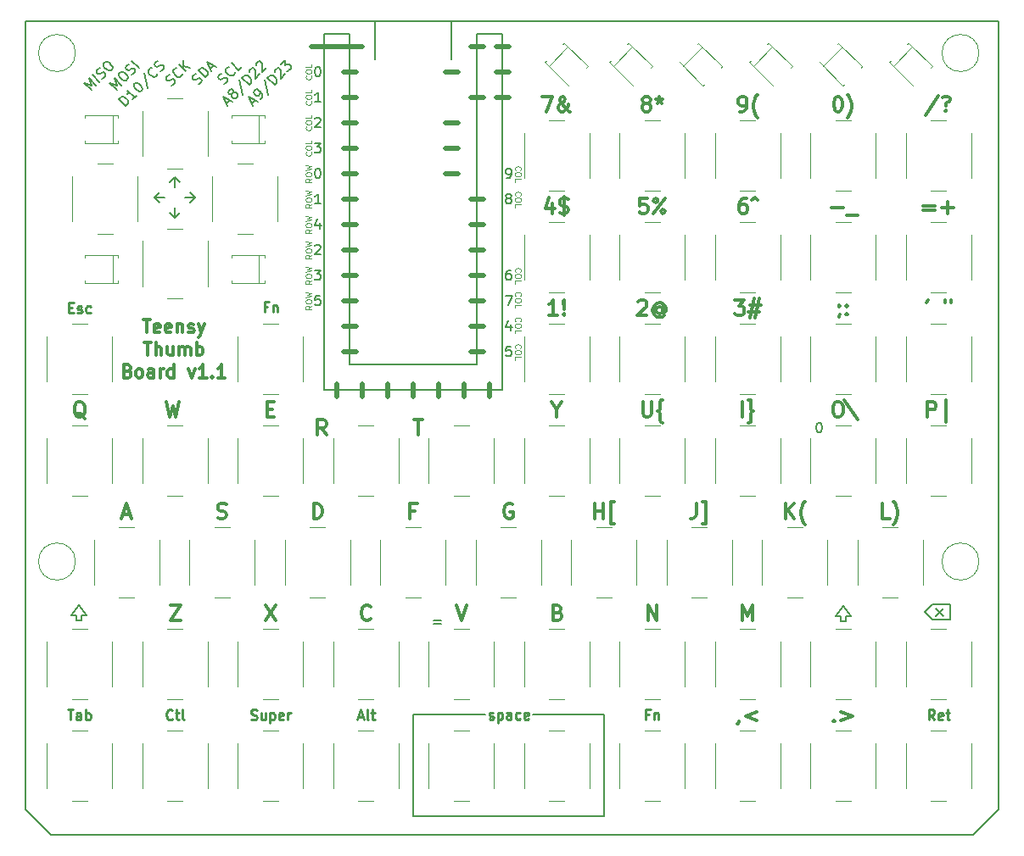
<source format=gbr>
%TF.GenerationSoftware,KiCad,Pcbnew,5.0.1-33cea8e~68~ubuntu16.04.1*%
%TF.CreationDate,2018-11-11T12:20:13-08:00*%
%TF.ProjectId,teensythumbboard,7465656E73797468756D62626F617264,rev?*%
%TF.SameCoordinates,PX68290a0PY463f660*%
%TF.FileFunction,Legend,Top*%
%TF.FilePolarity,Positive*%
%FSLAX46Y46*%
G04 Gerber Fmt 4.6, Leading zero omitted, Abs format (unit mm)*
G04 Created by KiCad (PCBNEW 5.0.1-33cea8e~68~ubuntu16.04.1) date Sun 11 Nov 2018 12:20:13 PM PST*
%MOMM*%
%LPD*%
G01*
G04 APERTURE LIST*
%ADD10C,0.300000*%
%ADD11C,0.150000*%
%ADD12C,0.500000*%
%ADD13C,0.200000*%
%ADD14C,0.100000*%
%ADD15C,0.120000*%
%ADD16C,0.250000*%
G04 APERTURE END LIST*
D10*
X11763761Y-29804095D02*
X12506619Y-29804095D01*
X12135190Y-31104095D02*
X12135190Y-29804095D01*
X13435190Y-31042190D02*
X13311380Y-31104095D01*
X13063761Y-31104095D01*
X12939952Y-31042190D01*
X12878047Y-30918380D01*
X12878047Y-30423142D01*
X12939952Y-30299333D01*
X13063761Y-30237428D01*
X13311380Y-30237428D01*
X13435190Y-30299333D01*
X13497095Y-30423142D01*
X13497095Y-30546952D01*
X12878047Y-30670761D01*
X14549476Y-31042190D02*
X14425666Y-31104095D01*
X14178047Y-31104095D01*
X14054238Y-31042190D01*
X13992333Y-30918380D01*
X13992333Y-30423142D01*
X14054238Y-30299333D01*
X14178047Y-30237428D01*
X14425666Y-30237428D01*
X14549476Y-30299333D01*
X14611380Y-30423142D01*
X14611380Y-30546952D01*
X13992333Y-30670761D01*
X15168523Y-30237428D02*
X15168523Y-31104095D01*
X15168523Y-30361238D02*
X15230428Y-30299333D01*
X15354238Y-30237428D01*
X15539952Y-30237428D01*
X15663761Y-30299333D01*
X15725666Y-30423142D01*
X15725666Y-31104095D01*
X16282809Y-31042190D02*
X16406619Y-31104095D01*
X16654238Y-31104095D01*
X16778047Y-31042190D01*
X16839952Y-30918380D01*
X16839952Y-30856476D01*
X16778047Y-30732666D01*
X16654238Y-30670761D01*
X16468523Y-30670761D01*
X16344714Y-30608857D01*
X16282809Y-30485047D01*
X16282809Y-30423142D01*
X16344714Y-30299333D01*
X16468523Y-30237428D01*
X16654238Y-30237428D01*
X16778047Y-30299333D01*
X17273285Y-30237428D02*
X17582809Y-31104095D01*
X17892333Y-30237428D02*
X17582809Y-31104095D01*
X17459000Y-31413619D01*
X17397095Y-31475523D01*
X17273285Y-31537428D01*
X11856619Y-32054095D02*
X12599476Y-32054095D01*
X12228047Y-33354095D02*
X12228047Y-32054095D01*
X13032809Y-33354095D02*
X13032809Y-32054095D01*
X13589952Y-33354095D02*
X13589952Y-32673142D01*
X13528047Y-32549333D01*
X13404238Y-32487428D01*
X13218523Y-32487428D01*
X13094714Y-32549333D01*
X13032809Y-32611238D01*
X14766142Y-32487428D02*
X14766142Y-33354095D01*
X14209000Y-32487428D02*
X14209000Y-33168380D01*
X14270904Y-33292190D01*
X14394714Y-33354095D01*
X14580428Y-33354095D01*
X14704238Y-33292190D01*
X14766142Y-33230285D01*
X15385190Y-33354095D02*
X15385190Y-32487428D01*
X15385190Y-32611238D02*
X15447095Y-32549333D01*
X15570904Y-32487428D01*
X15756619Y-32487428D01*
X15880428Y-32549333D01*
X15942333Y-32673142D01*
X15942333Y-33354095D01*
X15942333Y-32673142D02*
X16004238Y-32549333D01*
X16128047Y-32487428D01*
X16313761Y-32487428D01*
X16437571Y-32549333D01*
X16499476Y-32673142D01*
X16499476Y-33354095D01*
X17118523Y-33354095D02*
X17118523Y-32054095D01*
X17118523Y-32549333D02*
X17242333Y-32487428D01*
X17489952Y-32487428D01*
X17613761Y-32549333D01*
X17675666Y-32611238D01*
X17737571Y-32735047D01*
X17737571Y-33106476D01*
X17675666Y-33230285D01*
X17613761Y-33292190D01*
X17489952Y-33354095D01*
X17242333Y-33354095D01*
X17118523Y-33292190D01*
X10247095Y-34923142D02*
X10432809Y-34985047D01*
X10494714Y-35046952D01*
X10556619Y-35170761D01*
X10556619Y-35356476D01*
X10494714Y-35480285D01*
X10432809Y-35542190D01*
X10309000Y-35604095D01*
X9813761Y-35604095D01*
X9813761Y-34304095D01*
X10247095Y-34304095D01*
X10370904Y-34366000D01*
X10432809Y-34427904D01*
X10494714Y-34551714D01*
X10494714Y-34675523D01*
X10432809Y-34799333D01*
X10370904Y-34861238D01*
X10247095Y-34923142D01*
X9813761Y-34923142D01*
X11299476Y-35604095D02*
X11175666Y-35542190D01*
X11113761Y-35480285D01*
X11051857Y-35356476D01*
X11051857Y-34985047D01*
X11113761Y-34861238D01*
X11175666Y-34799333D01*
X11299476Y-34737428D01*
X11485190Y-34737428D01*
X11609000Y-34799333D01*
X11670904Y-34861238D01*
X11732809Y-34985047D01*
X11732809Y-35356476D01*
X11670904Y-35480285D01*
X11609000Y-35542190D01*
X11485190Y-35604095D01*
X11299476Y-35604095D01*
X12847095Y-35604095D02*
X12847095Y-34923142D01*
X12785190Y-34799333D01*
X12661380Y-34737428D01*
X12413761Y-34737428D01*
X12289952Y-34799333D01*
X12847095Y-35542190D02*
X12723285Y-35604095D01*
X12413761Y-35604095D01*
X12289952Y-35542190D01*
X12228047Y-35418380D01*
X12228047Y-35294571D01*
X12289952Y-35170761D01*
X12413761Y-35108857D01*
X12723285Y-35108857D01*
X12847095Y-35046952D01*
X13466142Y-35604095D02*
X13466142Y-34737428D01*
X13466142Y-34985047D02*
X13528047Y-34861238D01*
X13589952Y-34799333D01*
X13713761Y-34737428D01*
X13837571Y-34737428D01*
X14828047Y-35604095D02*
X14828047Y-34304095D01*
X14828047Y-35542190D02*
X14704238Y-35604095D01*
X14456619Y-35604095D01*
X14332809Y-35542190D01*
X14270904Y-35480285D01*
X14209000Y-35356476D01*
X14209000Y-34985047D01*
X14270904Y-34861238D01*
X14332809Y-34799333D01*
X14456619Y-34737428D01*
X14704238Y-34737428D01*
X14828047Y-34799333D01*
X16313761Y-34737428D02*
X16623285Y-35604095D01*
X16932809Y-34737428D01*
X18109000Y-35604095D02*
X17366142Y-35604095D01*
X17737571Y-35604095D02*
X17737571Y-34304095D01*
X17613761Y-34489809D01*
X17489952Y-34613619D01*
X17366142Y-34675523D01*
X18666142Y-35480285D02*
X18728047Y-35542190D01*
X18666142Y-35604095D01*
X18604238Y-35542190D01*
X18666142Y-35480285D01*
X18666142Y-35604095D01*
X19966142Y-35604095D02*
X19223285Y-35604095D01*
X19594714Y-35604095D02*
X19594714Y-34304095D01*
X19470904Y-34489809D01*
X19347095Y-34613619D01*
X19223285Y-34675523D01*
D11*
X0Y0D02*
X97155000Y0D01*
D12*
X46990000Y-2540000D02*
X48260000Y-2540000D01*
X44450000Y-2540000D02*
X45720000Y-2540000D01*
X41910000Y-5080000D02*
X43180000Y-5080000D01*
X46990000Y-5080000D02*
X48260000Y-5080000D01*
X46990000Y-7620000D02*
X48260000Y-7620000D01*
X44450000Y-7620000D02*
X45720000Y-7620000D01*
X41910000Y-10160000D02*
X43180000Y-10160000D01*
X41910000Y-12700000D02*
X43180000Y-12700000D01*
X41910000Y-15240000D02*
X43180000Y-15240000D01*
X44450000Y-17780000D02*
X45720000Y-17780000D01*
X44450000Y-20320000D02*
X45720000Y-20320000D01*
X44450000Y-22860000D02*
X45720000Y-22860000D01*
X44450000Y-25400000D02*
X45720000Y-25400000D01*
X44450000Y-27940000D02*
X45720000Y-27940000D01*
X44450000Y-30480000D02*
X45720000Y-30480000D01*
X44450000Y-33020000D02*
X45720000Y-33020000D01*
X46355000Y-37465000D02*
X46355000Y-36195000D01*
X43815000Y-37465000D02*
X43815000Y-36195000D01*
X41275000Y-37465000D02*
X41275000Y-36195000D01*
X38735000Y-37465000D02*
X38735000Y-36195000D01*
X36195000Y-37465000D02*
X36195000Y-36195000D01*
X33655000Y-37465000D02*
X33655000Y-36195000D01*
X31115000Y-37465000D02*
X31115000Y-36195000D01*
X31750000Y-33020000D02*
X33020000Y-33020000D01*
X31750000Y-30480000D02*
X33020000Y-30480000D01*
X31750000Y-27940000D02*
X33020000Y-27940000D01*
X31750000Y-25400000D02*
X33020000Y-25400000D01*
X31750000Y-22860000D02*
X33020000Y-22860000D01*
X31750000Y-20320000D02*
X33020000Y-20320000D01*
X31750000Y-17780000D02*
X33020000Y-17780000D01*
X31750000Y-15240000D02*
X33020000Y-15240000D01*
X31750000Y-12700000D02*
X33020000Y-12700000D01*
X31750000Y-10160000D02*
X33020000Y-10160000D01*
X31750000Y-7620000D02*
X33020000Y-7620000D01*
X31750000Y-5080000D02*
X33020000Y-5080000D01*
X28575000Y-2540000D02*
X33655000Y-2540000D01*
D11*
X47625000Y-1270000D02*
X45085000Y-1270000D01*
X29845000Y-1270000D02*
X29845000Y-36830000D01*
X32385000Y-34290000D02*
X32385000Y-1270000D01*
X32385000Y-34290000D02*
X45085000Y-34290000D01*
X47625000Y-36830000D02*
X29845000Y-36830000D01*
X47625000Y-34290000D02*
X47625000Y-36830000D01*
X47625000Y-34290000D02*
X47625000Y-1270000D01*
X45085000Y-1270000D02*
X45085000Y-34290000D01*
X42545000Y-1270000D02*
X42545000Y-3810000D01*
X32385000Y-1270000D02*
X29845000Y-1270000D01*
X34925000Y-3810000D02*
X34925000Y-1270000D01*
D13*
X6600263Y-6866499D02*
X5893156Y-6159393D01*
X6633935Y-6428767D01*
X6364561Y-5687988D01*
X7071667Y-6395095D01*
X7408385Y-6058377D02*
X6701278Y-5351271D01*
X7677759Y-5721660D02*
X7812446Y-5654316D01*
X7980805Y-5485958D01*
X8014476Y-5384942D01*
X8014476Y-5317599D01*
X7980805Y-5216584D01*
X7913461Y-5149240D01*
X7812446Y-5115568D01*
X7745102Y-5115568D01*
X7644087Y-5149240D01*
X7475728Y-5250255D01*
X7374713Y-5283927D01*
X7307370Y-5283927D01*
X7206354Y-5250255D01*
X7139011Y-5182912D01*
X7105339Y-5081897D01*
X7105339Y-5014553D01*
X7139011Y-4913538D01*
X7307370Y-4745179D01*
X7442057Y-4677836D01*
X7846118Y-4206431D02*
X7980805Y-4071744D01*
X8081820Y-4038072D01*
X8216507Y-4038072D01*
X8384866Y-4139088D01*
X8620568Y-4374790D01*
X8721583Y-4543149D01*
X8721583Y-4677836D01*
X8687911Y-4778851D01*
X8553224Y-4913538D01*
X8452209Y-4947210D01*
X8317522Y-4947210D01*
X8149163Y-4846194D01*
X7913461Y-4610492D01*
X7812446Y-4442133D01*
X7812446Y-4307446D01*
X7846118Y-4206431D01*
X9140263Y-6866499D02*
X8433156Y-6159393D01*
X9173935Y-6428767D01*
X8904561Y-5687988D01*
X9611667Y-6395095D01*
X9375965Y-5216584D02*
X9510652Y-5081897D01*
X9611667Y-5048225D01*
X9746354Y-5048225D01*
X9914713Y-5149240D01*
X10150415Y-5384942D01*
X10251431Y-5553301D01*
X10251431Y-5687988D01*
X10217759Y-5789003D01*
X10083072Y-5923690D01*
X9982057Y-5957362D01*
X9847370Y-5957362D01*
X9679011Y-5856347D01*
X9443309Y-5620645D01*
X9342293Y-5452286D01*
X9342293Y-5317599D01*
X9375965Y-5216584D01*
X10621820Y-5317599D02*
X10756507Y-5250255D01*
X10924866Y-5081897D01*
X10958537Y-4980881D01*
X10958537Y-4913538D01*
X10924866Y-4812523D01*
X10857522Y-4745179D01*
X10756507Y-4711507D01*
X10689163Y-4711507D01*
X10588148Y-4745179D01*
X10419789Y-4846194D01*
X10318774Y-4879866D01*
X10251431Y-4879866D01*
X10150415Y-4846194D01*
X10083072Y-4778851D01*
X10049400Y-4677836D01*
X10049400Y-4610492D01*
X10083072Y-4509477D01*
X10251431Y-4341118D01*
X10386118Y-4273775D01*
X11362599Y-4644164D02*
X10655492Y-3937057D01*
X10064019Y-8482743D02*
X9356912Y-7775637D01*
X9525271Y-7607278D01*
X9659958Y-7539934D01*
X9794645Y-7539934D01*
X9895660Y-7573606D01*
X10064019Y-7674621D01*
X10165034Y-7775637D01*
X10266049Y-7943995D01*
X10299721Y-8045011D01*
X10299721Y-8179698D01*
X10232378Y-8314385D01*
X10064019Y-8482743D01*
X11141515Y-7405247D02*
X10737454Y-7809308D01*
X10939484Y-7607278D02*
X10232378Y-6900171D01*
X10266049Y-7068530D01*
X10266049Y-7203217D01*
X10232378Y-7304232D01*
X10872141Y-6260408D02*
X10939484Y-6193064D01*
X11040500Y-6159393D01*
X11107843Y-6159393D01*
X11208858Y-6193064D01*
X11377217Y-6294080D01*
X11545576Y-6462438D01*
X11646591Y-6630797D01*
X11680263Y-6731812D01*
X11680263Y-6799156D01*
X11646591Y-6900171D01*
X11579248Y-6967515D01*
X11478232Y-7001186D01*
X11410889Y-7001186D01*
X11309874Y-6967515D01*
X11141515Y-6866499D01*
X10973156Y-6698141D01*
X10872141Y-6529782D01*
X10838469Y-6428767D01*
X10838469Y-6361423D01*
X10872141Y-6260408D01*
X11882293Y-5182912D02*
X12185339Y-6698141D01*
X13195492Y-5216584D02*
X13195492Y-5283927D01*
X13128148Y-5418614D01*
X13060805Y-5485958D01*
X12926118Y-5553301D01*
X12791431Y-5553301D01*
X12690415Y-5519629D01*
X12522057Y-5418614D01*
X12421041Y-5317599D01*
X12320026Y-5149240D01*
X12286354Y-5048225D01*
X12286354Y-4913538D01*
X12353698Y-4778851D01*
X12421041Y-4711507D01*
X12555728Y-4644164D01*
X12623072Y-4644164D01*
X13498537Y-4980881D02*
X13633224Y-4913538D01*
X13801583Y-4745179D01*
X13835255Y-4644164D01*
X13835255Y-4576820D01*
X13801583Y-4475805D01*
X13734240Y-4408462D01*
X13633224Y-4374790D01*
X13565881Y-4374790D01*
X13464866Y-4408462D01*
X13296507Y-4509477D01*
X13195492Y-4543149D01*
X13128148Y-4543149D01*
X13027133Y-4509477D01*
X12959789Y-4442133D01*
X12926118Y-4341118D01*
X12926118Y-4273775D01*
X12959789Y-4172759D01*
X13128148Y-4004400D01*
X13262835Y-3937057D01*
X14624324Y-6395095D02*
X14759011Y-6327751D01*
X14927370Y-6159393D01*
X14961041Y-6058377D01*
X14961041Y-5991034D01*
X14927370Y-5890019D01*
X14860026Y-5822675D01*
X14759011Y-5789003D01*
X14691667Y-5789003D01*
X14590652Y-5822675D01*
X14422293Y-5923690D01*
X14321278Y-5957362D01*
X14253935Y-5957362D01*
X14152919Y-5923690D01*
X14085576Y-5856347D01*
X14051904Y-5755332D01*
X14051904Y-5687988D01*
X14085576Y-5586973D01*
X14253935Y-5418614D01*
X14388622Y-5351271D01*
X15701820Y-5250255D02*
X15701820Y-5317599D01*
X15634476Y-5452286D01*
X15567133Y-5519629D01*
X15432446Y-5586973D01*
X15297759Y-5586973D01*
X15196744Y-5553301D01*
X15028385Y-5452286D01*
X14927370Y-5351271D01*
X14826354Y-5182912D01*
X14792683Y-5081897D01*
X14792683Y-4947210D01*
X14860026Y-4812523D01*
X14927370Y-4745179D01*
X15062057Y-4677836D01*
X15129400Y-4677836D01*
X16072209Y-5014553D02*
X15365102Y-4307446D01*
X16476270Y-4610492D02*
X15769163Y-4509477D01*
X15769163Y-3903385D02*
X15769163Y-4711507D01*
X17265339Y-6294080D02*
X17400026Y-6226736D01*
X17568385Y-6058377D01*
X17602057Y-5957362D01*
X17602057Y-5890019D01*
X17568385Y-5789003D01*
X17501041Y-5721660D01*
X17400026Y-5687988D01*
X17332683Y-5687988D01*
X17231667Y-5721660D01*
X17063309Y-5822675D01*
X16962293Y-5856347D01*
X16894950Y-5856347D01*
X16793935Y-5822675D01*
X16726591Y-5755332D01*
X16692919Y-5654316D01*
X16692919Y-5586973D01*
X16726591Y-5485958D01*
X16894950Y-5317599D01*
X17029637Y-5250255D01*
X18006118Y-5620645D02*
X17299011Y-4913538D01*
X17467370Y-4745179D01*
X17602057Y-4677836D01*
X17736744Y-4677836D01*
X17837759Y-4711507D01*
X18006118Y-4812523D01*
X18107133Y-4913538D01*
X18208148Y-5081897D01*
X18241820Y-5182912D01*
X18241820Y-5317599D01*
X18174476Y-5452286D01*
X18006118Y-5620645D01*
X18477522Y-4745179D02*
X18814240Y-4408462D01*
X18612209Y-5014553D02*
X18140805Y-4071744D01*
X19083614Y-4543149D01*
X19839011Y-6260408D02*
X19973698Y-6193064D01*
X20142057Y-6024706D01*
X20175728Y-5923690D01*
X20175728Y-5856347D01*
X20142057Y-5755332D01*
X20074713Y-5687988D01*
X19973698Y-5654316D01*
X19906354Y-5654316D01*
X19805339Y-5687988D01*
X19636980Y-5789003D01*
X19535965Y-5822675D01*
X19468622Y-5822675D01*
X19367606Y-5789003D01*
X19300263Y-5721660D01*
X19266591Y-5620645D01*
X19266591Y-5553301D01*
X19300263Y-5452286D01*
X19468622Y-5283927D01*
X19603309Y-5216584D01*
X20916507Y-5115568D02*
X20916507Y-5182912D01*
X20849163Y-5317599D01*
X20781820Y-5384942D01*
X20647133Y-5452286D01*
X20512446Y-5452286D01*
X20411431Y-5418614D01*
X20243072Y-5317599D01*
X20142057Y-5216584D01*
X20041041Y-5048225D01*
X20007370Y-4947210D01*
X20007370Y-4812523D01*
X20074713Y-4677836D01*
X20142057Y-4610492D01*
X20276744Y-4543149D01*
X20344087Y-4543149D01*
X21623614Y-4543149D02*
X21286896Y-4879866D01*
X20579789Y-4172759D01*
X20089332Y-8213369D02*
X20426049Y-7876652D01*
X20224019Y-8482743D02*
X19752614Y-7539934D01*
X20695423Y-8011339D01*
X20628080Y-7270560D02*
X20527065Y-7304232D01*
X20459721Y-7304232D01*
X20358706Y-7270560D01*
X20325034Y-7236889D01*
X20291362Y-7135873D01*
X20291362Y-7068530D01*
X20325034Y-6967515D01*
X20459721Y-6832828D01*
X20560736Y-6799156D01*
X20628080Y-6799156D01*
X20729095Y-6832828D01*
X20762767Y-6866499D01*
X20796439Y-6967515D01*
X20796439Y-7034858D01*
X20762767Y-7135873D01*
X20628080Y-7270560D01*
X20594408Y-7371576D01*
X20594408Y-7438919D01*
X20628080Y-7539934D01*
X20762767Y-7674621D01*
X20863782Y-7708293D01*
X20931126Y-7708293D01*
X21032141Y-7674621D01*
X21166828Y-7539934D01*
X21200500Y-7438919D01*
X21200500Y-7371576D01*
X21166828Y-7270560D01*
X21032141Y-7135873D01*
X20931126Y-7102202D01*
X20863782Y-7102202D01*
X20762767Y-7135873D01*
X21368858Y-5856347D02*
X21671904Y-7371576D01*
X22345339Y-6361423D02*
X21638232Y-5654316D01*
X21806591Y-5485958D01*
X21941278Y-5418614D01*
X22075965Y-5418614D01*
X22176980Y-5452286D01*
X22345339Y-5553301D01*
X22446354Y-5654316D01*
X22547370Y-5822675D01*
X22581041Y-5923690D01*
X22581041Y-6058377D01*
X22513698Y-6193064D01*
X22345339Y-6361423D01*
X22379011Y-5048225D02*
X22379011Y-4980881D01*
X22412683Y-4879866D01*
X22581041Y-4711507D01*
X22682057Y-4677836D01*
X22749400Y-4677836D01*
X22850415Y-4711507D01*
X22917759Y-4778851D01*
X22985102Y-4913538D01*
X22985102Y-5721660D01*
X23422835Y-5283927D01*
X23052446Y-4374790D02*
X23052446Y-4307446D01*
X23086118Y-4206431D01*
X23254476Y-4038072D01*
X23355492Y-4004400D01*
X23422835Y-4004400D01*
X23523850Y-4038072D01*
X23591194Y-4105416D01*
X23658537Y-4240103D01*
X23658537Y-5048225D01*
X24096270Y-4610492D01*
X22629332Y-8213369D02*
X22966049Y-7876652D01*
X22764019Y-8482743D02*
X22292614Y-7539934D01*
X23235423Y-8011339D01*
X23504797Y-7741965D02*
X23639484Y-7607278D01*
X23673156Y-7506263D01*
X23673156Y-7438919D01*
X23639484Y-7270560D01*
X23538469Y-7102202D01*
X23269095Y-6832828D01*
X23168080Y-6799156D01*
X23100736Y-6799156D01*
X22999721Y-6832828D01*
X22865034Y-6967515D01*
X22831362Y-7068530D01*
X22831362Y-7135873D01*
X22865034Y-7236889D01*
X23033393Y-7405247D01*
X23134408Y-7438919D01*
X23201752Y-7438919D01*
X23302767Y-7405247D01*
X23437454Y-7270560D01*
X23471126Y-7169545D01*
X23471126Y-7102202D01*
X23437454Y-7001186D01*
X23908858Y-5856347D02*
X24211904Y-7371576D01*
X24885339Y-6361423D02*
X24178232Y-5654316D01*
X24346591Y-5485958D01*
X24481278Y-5418614D01*
X24615965Y-5418614D01*
X24716980Y-5452286D01*
X24885339Y-5553301D01*
X24986354Y-5654316D01*
X25087370Y-5822675D01*
X25121041Y-5923690D01*
X25121041Y-6058377D01*
X25053698Y-6193064D01*
X24885339Y-6361423D01*
X24919011Y-5048225D02*
X24919011Y-4980881D01*
X24952683Y-4879866D01*
X25121041Y-4711507D01*
X25222057Y-4677836D01*
X25289400Y-4677836D01*
X25390415Y-4711507D01*
X25457759Y-4778851D01*
X25525102Y-4913538D01*
X25525102Y-5721660D01*
X25962835Y-5283927D01*
X25491431Y-4341118D02*
X25929163Y-3903385D01*
X25962835Y-4408462D01*
X26063850Y-4307446D01*
X26164866Y-4273775D01*
X26232209Y-4273775D01*
X26333224Y-4307446D01*
X26501583Y-4475805D01*
X26535255Y-4576820D01*
X26535255Y-4644164D01*
X26501583Y-4745179D01*
X26299553Y-4947210D01*
X26198537Y-4980881D01*
X26131194Y-4980881D01*
D14*
X48934714Y-32648571D02*
X48906142Y-32620000D01*
X48877571Y-32534285D01*
X48877571Y-32477142D01*
X48906142Y-32391428D01*
X48963285Y-32334285D01*
X49020428Y-32305714D01*
X49134714Y-32277142D01*
X49220428Y-32277142D01*
X49334714Y-32305714D01*
X49391857Y-32334285D01*
X49449000Y-32391428D01*
X49477571Y-32477142D01*
X49477571Y-32534285D01*
X49449000Y-32620000D01*
X49420428Y-32648571D01*
X49477571Y-33020000D02*
X49477571Y-33134285D01*
X49449000Y-33191428D01*
X49391857Y-33248571D01*
X49277571Y-33277142D01*
X49077571Y-33277142D01*
X48963285Y-33248571D01*
X48906142Y-33191428D01*
X48877571Y-33134285D01*
X48877571Y-33020000D01*
X48906142Y-32962857D01*
X48963285Y-32905714D01*
X49077571Y-32877142D01*
X49277571Y-32877142D01*
X49391857Y-32905714D01*
X49449000Y-32962857D01*
X49477571Y-33020000D01*
X48877571Y-33820000D02*
X48877571Y-33534285D01*
X49477571Y-33534285D01*
X48934714Y-29981571D02*
X48906142Y-29953000D01*
X48877571Y-29867285D01*
X48877571Y-29810142D01*
X48906142Y-29724428D01*
X48963285Y-29667285D01*
X49020428Y-29638714D01*
X49134714Y-29610142D01*
X49220428Y-29610142D01*
X49334714Y-29638714D01*
X49391857Y-29667285D01*
X49449000Y-29724428D01*
X49477571Y-29810142D01*
X49477571Y-29867285D01*
X49449000Y-29953000D01*
X49420428Y-29981571D01*
X49477571Y-30353000D02*
X49477571Y-30467285D01*
X49449000Y-30524428D01*
X49391857Y-30581571D01*
X49277571Y-30610142D01*
X49077571Y-30610142D01*
X48963285Y-30581571D01*
X48906142Y-30524428D01*
X48877571Y-30467285D01*
X48877571Y-30353000D01*
X48906142Y-30295857D01*
X48963285Y-30238714D01*
X49077571Y-30210142D01*
X49277571Y-30210142D01*
X49391857Y-30238714D01*
X49449000Y-30295857D01*
X49477571Y-30353000D01*
X48877571Y-31153000D02*
X48877571Y-30867285D01*
X49477571Y-30867285D01*
X48934714Y-27441571D02*
X48906142Y-27413000D01*
X48877571Y-27327285D01*
X48877571Y-27270142D01*
X48906142Y-27184428D01*
X48963285Y-27127285D01*
X49020428Y-27098714D01*
X49134714Y-27070142D01*
X49220428Y-27070142D01*
X49334714Y-27098714D01*
X49391857Y-27127285D01*
X49449000Y-27184428D01*
X49477571Y-27270142D01*
X49477571Y-27327285D01*
X49449000Y-27413000D01*
X49420428Y-27441571D01*
X49477571Y-27813000D02*
X49477571Y-27927285D01*
X49449000Y-27984428D01*
X49391857Y-28041571D01*
X49277571Y-28070142D01*
X49077571Y-28070142D01*
X48963285Y-28041571D01*
X48906142Y-27984428D01*
X48877571Y-27927285D01*
X48877571Y-27813000D01*
X48906142Y-27755857D01*
X48963285Y-27698714D01*
X49077571Y-27670142D01*
X49277571Y-27670142D01*
X49391857Y-27698714D01*
X49449000Y-27755857D01*
X49477571Y-27813000D01*
X48877571Y-28613000D02*
X48877571Y-28327285D01*
X49477571Y-28327285D01*
X48934714Y-25028571D02*
X48906142Y-25000000D01*
X48877571Y-24914285D01*
X48877571Y-24857142D01*
X48906142Y-24771428D01*
X48963285Y-24714285D01*
X49020428Y-24685714D01*
X49134714Y-24657142D01*
X49220428Y-24657142D01*
X49334714Y-24685714D01*
X49391857Y-24714285D01*
X49449000Y-24771428D01*
X49477571Y-24857142D01*
X49477571Y-24914285D01*
X49449000Y-25000000D01*
X49420428Y-25028571D01*
X49477571Y-25400000D02*
X49477571Y-25514285D01*
X49449000Y-25571428D01*
X49391857Y-25628571D01*
X49277571Y-25657142D01*
X49077571Y-25657142D01*
X48963285Y-25628571D01*
X48906142Y-25571428D01*
X48877571Y-25514285D01*
X48877571Y-25400000D01*
X48906142Y-25342857D01*
X48963285Y-25285714D01*
X49077571Y-25257142D01*
X49277571Y-25257142D01*
X49391857Y-25285714D01*
X49449000Y-25342857D01*
X49477571Y-25400000D01*
X48877571Y-26200000D02*
X48877571Y-25914285D01*
X49477571Y-25914285D01*
X48934714Y-17408571D02*
X48906142Y-17380000D01*
X48877571Y-17294285D01*
X48877571Y-17237142D01*
X48906142Y-17151428D01*
X48963285Y-17094285D01*
X49020428Y-17065714D01*
X49134714Y-17037142D01*
X49220428Y-17037142D01*
X49334714Y-17065714D01*
X49391857Y-17094285D01*
X49449000Y-17151428D01*
X49477571Y-17237142D01*
X49477571Y-17294285D01*
X49449000Y-17380000D01*
X49420428Y-17408571D01*
X49477571Y-17780000D02*
X49477571Y-17894285D01*
X49449000Y-17951428D01*
X49391857Y-18008571D01*
X49277571Y-18037142D01*
X49077571Y-18037142D01*
X48963285Y-18008571D01*
X48906142Y-17951428D01*
X48877571Y-17894285D01*
X48877571Y-17780000D01*
X48906142Y-17722857D01*
X48963285Y-17665714D01*
X49077571Y-17637142D01*
X49277571Y-17637142D01*
X49391857Y-17665714D01*
X49449000Y-17722857D01*
X49477571Y-17780000D01*
X48877571Y-18580000D02*
X48877571Y-18294285D01*
X49477571Y-18294285D01*
X48934714Y-14868571D02*
X48906142Y-14840000D01*
X48877571Y-14754285D01*
X48877571Y-14697142D01*
X48906142Y-14611428D01*
X48963285Y-14554285D01*
X49020428Y-14525714D01*
X49134714Y-14497142D01*
X49220428Y-14497142D01*
X49334714Y-14525714D01*
X49391857Y-14554285D01*
X49449000Y-14611428D01*
X49477571Y-14697142D01*
X49477571Y-14754285D01*
X49449000Y-14840000D01*
X49420428Y-14868571D01*
X49477571Y-15240000D02*
X49477571Y-15354285D01*
X49449000Y-15411428D01*
X49391857Y-15468571D01*
X49277571Y-15497142D01*
X49077571Y-15497142D01*
X48963285Y-15468571D01*
X48906142Y-15411428D01*
X48877571Y-15354285D01*
X48877571Y-15240000D01*
X48906142Y-15182857D01*
X48963285Y-15125714D01*
X49077571Y-15097142D01*
X49277571Y-15097142D01*
X49391857Y-15125714D01*
X49449000Y-15182857D01*
X49477571Y-15240000D01*
X48877571Y-16040000D02*
X48877571Y-15754285D01*
X49477571Y-15754285D01*
X28535285Y-5451428D02*
X28563857Y-5480000D01*
X28592428Y-5565714D01*
X28592428Y-5622857D01*
X28563857Y-5708571D01*
X28506714Y-5765714D01*
X28449571Y-5794285D01*
X28335285Y-5822857D01*
X28249571Y-5822857D01*
X28135285Y-5794285D01*
X28078142Y-5765714D01*
X28021000Y-5708571D01*
X27992428Y-5622857D01*
X27992428Y-5565714D01*
X28021000Y-5480000D01*
X28049571Y-5451428D01*
X27992428Y-5080000D02*
X27992428Y-4965714D01*
X28021000Y-4908571D01*
X28078142Y-4851428D01*
X28192428Y-4822857D01*
X28392428Y-4822857D01*
X28506714Y-4851428D01*
X28563857Y-4908571D01*
X28592428Y-4965714D01*
X28592428Y-5080000D01*
X28563857Y-5137142D01*
X28506714Y-5194285D01*
X28392428Y-5222857D01*
X28192428Y-5222857D01*
X28078142Y-5194285D01*
X28021000Y-5137142D01*
X27992428Y-5080000D01*
X28592428Y-4280000D02*
X28592428Y-4565714D01*
X27992428Y-4565714D01*
X28535285Y-7991428D02*
X28563857Y-8020000D01*
X28592428Y-8105714D01*
X28592428Y-8162857D01*
X28563857Y-8248571D01*
X28506714Y-8305714D01*
X28449571Y-8334285D01*
X28335285Y-8362857D01*
X28249571Y-8362857D01*
X28135285Y-8334285D01*
X28078142Y-8305714D01*
X28021000Y-8248571D01*
X27992428Y-8162857D01*
X27992428Y-8105714D01*
X28021000Y-8020000D01*
X28049571Y-7991428D01*
X27992428Y-7620000D02*
X27992428Y-7505714D01*
X28021000Y-7448571D01*
X28078142Y-7391428D01*
X28192428Y-7362857D01*
X28392428Y-7362857D01*
X28506714Y-7391428D01*
X28563857Y-7448571D01*
X28592428Y-7505714D01*
X28592428Y-7620000D01*
X28563857Y-7677142D01*
X28506714Y-7734285D01*
X28392428Y-7762857D01*
X28192428Y-7762857D01*
X28078142Y-7734285D01*
X28021000Y-7677142D01*
X27992428Y-7620000D01*
X28592428Y-6820000D02*
X28592428Y-7105714D01*
X27992428Y-7105714D01*
X28535285Y-10531428D02*
X28563857Y-10560000D01*
X28592428Y-10645714D01*
X28592428Y-10702857D01*
X28563857Y-10788571D01*
X28506714Y-10845714D01*
X28449571Y-10874285D01*
X28335285Y-10902857D01*
X28249571Y-10902857D01*
X28135285Y-10874285D01*
X28078142Y-10845714D01*
X28021000Y-10788571D01*
X27992428Y-10702857D01*
X27992428Y-10645714D01*
X28021000Y-10560000D01*
X28049571Y-10531428D01*
X27992428Y-10160000D02*
X27992428Y-10045714D01*
X28021000Y-9988571D01*
X28078142Y-9931428D01*
X28192428Y-9902857D01*
X28392428Y-9902857D01*
X28506714Y-9931428D01*
X28563857Y-9988571D01*
X28592428Y-10045714D01*
X28592428Y-10160000D01*
X28563857Y-10217142D01*
X28506714Y-10274285D01*
X28392428Y-10302857D01*
X28192428Y-10302857D01*
X28078142Y-10274285D01*
X28021000Y-10217142D01*
X27992428Y-10160000D01*
X28592428Y-9360000D02*
X28592428Y-9645714D01*
X27992428Y-9645714D01*
X28535285Y-13071428D02*
X28563857Y-13100000D01*
X28592428Y-13185714D01*
X28592428Y-13242857D01*
X28563857Y-13328571D01*
X28506714Y-13385714D01*
X28449571Y-13414285D01*
X28335285Y-13442857D01*
X28249571Y-13442857D01*
X28135285Y-13414285D01*
X28078142Y-13385714D01*
X28021000Y-13328571D01*
X27992428Y-13242857D01*
X27992428Y-13185714D01*
X28021000Y-13100000D01*
X28049571Y-13071428D01*
X27992428Y-12700000D02*
X27992428Y-12585714D01*
X28021000Y-12528571D01*
X28078142Y-12471428D01*
X28192428Y-12442857D01*
X28392428Y-12442857D01*
X28506714Y-12471428D01*
X28563857Y-12528571D01*
X28592428Y-12585714D01*
X28592428Y-12700000D01*
X28563857Y-12757142D01*
X28506714Y-12814285D01*
X28392428Y-12842857D01*
X28192428Y-12842857D01*
X28078142Y-12814285D01*
X28021000Y-12757142D01*
X27992428Y-12700000D01*
X28592428Y-11900000D02*
X28592428Y-12185714D01*
X27992428Y-12185714D01*
D15*
X28592428Y-28411428D02*
X28306714Y-28611428D01*
X28592428Y-28754285D02*
X27992428Y-28754285D01*
X27992428Y-28525714D01*
X28021000Y-28468571D01*
X28049571Y-28440000D01*
X28106714Y-28411428D01*
X28192428Y-28411428D01*
X28249571Y-28440000D01*
X28278142Y-28468571D01*
X28306714Y-28525714D01*
X28306714Y-28754285D01*
X27992428Y-28040000D02*
X27992428Y-27925714D01*
X28021000Y-27868571D01*
X28078142Y-27811428D01*
X28192428Y-27782857D01*
X28392428Y-27782857D01*
X28506714Y-27811428D01*
X28563857Y-27868571D01*
X28592428Y-27925714D01*
X28592428Y-28040000D01*
X28563857Y-28097142D01*
X28506714Y-28154285D01*
X28392428Y-28182857D01*
X28192428Y-28182857D01*
X28078142Y-28154285D01*
X28021000Y-28097142D01*
X27992428Y-28040000D01*
X27992428Y-27582857D02*
X28592428Y-27440000D01*
X28163857Y-27325714D01*
X28592428Y-27211428D01*
X27992428Y-27068571D01*
D14*
X28592428Y-25871428D02*
X28306714Y-26071428D01*
X28592428Y-26214285D02*
X27992428Y-26214285D01*
X27992428Y-25985714D01*
X28021000Y-25928571D01*
X28049571Y-25900000D01*
X28106714Y-25871428D01*
X28192428Y-25871428D01*
X28249571Y-25900000D01*
X28278142Y-25928571D01*
X28306714Y-25985714D01*
X28306714Y-26214285D01*
X27992428Y-25500000D02*
X27992428Y-25385714D01*
X28021000Y-25328571D01*
X28078142Y-25271428D01*
X28192428Y-25242857D01*
X28392428Y-25242857D01*
X28506714Y-25271428D01*
X28563857Y-25328571D01*
X28592428Y-25385714D01*
X28592428Y-25500000D01*
X28563857Y-25557142D01*
X28506714Y-25614285D01*
X28392428Y-25642857D01*
X28192428Y-25642857D01*
X28078142Y-25614285D01*
X28021000Y-25557142D01*
X27992428Y-25500000D01*
X27992428Y-25042857D02*
X28592428Y-24900000D01*
X28163857Y-24785714D01*
X28592428Y-24671428D01*
X27992428Y-24528571D01*
X28592428Y-23331428D02*
X28306714Y-23531428D01*
X28592428Y-23674285D02*
X27992428Y-23674285D01*
X27992428Y-23445714D01*
X28021000Y-23388571D01*
X28049571Y-23360000D01*
X28106714Y-23331428D01*
X28192428Y-23331428D01*
X28249571Y-23360000D01*
X28278142Y-23388571D01*
X28306714Y-23445714D01*
X28306714Y-23674285D01*
X27992428Y-22960000D02*
X27992428Y-22845714D01*
X28021000Y-22788571D01*
X28078142Y-22731428D01*
X28192428Y-22702857D01*
X28392428Y-22702857D01*
X28506714Y-22731428D01*
X28563857Y-22788571D01*
X28592428Y-22845714D01*
X28592428Y-22960000D01*
X28563857Y-23017142D01*
X28506714Y-23074285D01*
X28392428Y-23102857D01*
X28192428Y-23102857D01*
X28078142Y-23074285D01*
X28021000Y-23017142D01*
X27992428Y-22960000D01*
X27992428Y-22502857D02*
X28592428Y-22360000D01*
X28163857Y-22245714D01*
X28592428Y-22131428D01*
X27992428Y-21988571D01*
X28592428Y-20791428D02*
X28306714Y-20991428D01*
X28592428Y-21134285D02*
X27992428Y-21134285D01*
X27992428Y-20905714D01*
X28021000Y-20848571D01*
X28049571Y-20820000D01*
X28106714Y-20791428D01*
X28192428Y-20791428D01*
X28249571Y-20820000D01*
X28278142Y-20848571D01*
X28306714Y-20905714D01*
X28306714Y-21134285D01*
X27992428Y-20420000D02*
X27992428Y-20305714D01*
X28021000Y-20248571D01*
X28078142Y-20191428D01*
X28192428Y-20162857D01*
X28392428Y-20162857D01*
X28506714Y-20191428D01*
X28563857Y-20248571D01*
X28592428Y-20305714D01*
X28592428Y-20420000D01*
X28563857Y-20477142D01*
X28506714Y-20534285D01*
X28392428Y-20562857D01*
X28192428Y-20562857D01*
X28078142Y-20534285D01*
X28021000Y-20477142D01*
X27992428Y-20420000D01*
X27992428Y-19962857D02*
X28592428Y-19820000D01*
X28163857Y-19705714D01*
X28592428Y-19591428D01*
X27992428Y-19448571D01*
X28592428Y-18251428D02*
X28306714Y-18451428D01*
X28592428Y-18594285D02*
X27992428Y-18594285D01*
X27992428Y-18365714D01*
X28021000Y-18308571D01*
X28049571Y-18280000D01*
X28106714Y-18251428D01*
X28192428Y-18251428D01*
X28249571Y-18280000D01*
X28278142Y-18308571D01*
X28306714Y-18365714D01*
X28306714Y-18594285D01*
X27992428Y-17880000D02*
X27992428Y-17765714D01*
X28021000Y-17708571D01*
X28078142Y-17651428D01*
X28192428Y-17622857D01*
X28392428Y-17622857D01*
X28506714Y-17651428D01*
X28563857Y-17708571D01*
X28592428Y-17765714D01*
X28592428Y-17880000D01*
X28563857Y-17937142D01*
X28506714Y-17994285D01*
X28392428Y-18022857D01*
X28192428Y-18022857D01*
X28078142Y-17994285D01*
X28021000Y-17937142D01*
X27992428Y-17880000D01*
X27992428Y-17422857D02*
X28592428Y-17280000D01*
X28163857Y-17165714D01*
X28592428Y-17051428D01*
X27992428Y-16908571D01*
X28592428Y-15711428D02*
X28306714Y-15911428D01*
X28592428Y-16054285D02*
X27992428Y-16054285D01*
X27992428Y-15825714D01*
X28021000Y-15768571D01*
X28049571Y-15740000D01*
X28106714Y-15711428D01*
X28192428Y-15711428D01*
X28249571Y-15740000D01*
X28278142Y-15768571D01*
X28306714Y-15825714D01*
X28306714Y-16054285D01*
X27992428Y-15340000D02*
X27992428Y-15225714D01*
X28021000Y-15168571D01*
X28078142Y-15111428D01*
X28192428Y-15082857D01*
X28392428Y-15082857D01*
X28506714Y-15111428D01*
X28563857Y-15168571D01*
X28592428Y-15225714D01*
X28592428Y-15340000D01*
X28563857Y-15397142D01*
X28506714Y-15454285D01*
X28392428Y-15482857D01*
X28192428Y-15482857D01*
X28078142Y-15454285D01*
X28021000Y-15397142D01*
X27992428Y-15340000D01*
X27992428Y-14882857D02*
X28592428Y-14740000D01*
X28163857Y-14625714D01*
X28592428Y-14511428D01*
X27992428Y-14368571D01*
D13*
X29448095Y-27392380D02*
X28971904Y-27392380D01*
X28924285Y-27868571D01*
X28971904Y-27820952D01*
X29067142Y-27773333D01*
X29305238Y-27773333D01*
X29400476Y-27820952D01*
X29448095Y-27868571D01*
X29495714Y-27963809D01*
X29495714Y-28201904D01*
X29448095Y-28297142D01*
X29400476Y-28344761D01*
X29305238Y-28392380D01*
X29067142Y-28392380D01*
X28971904Y-28344761D01*
X28924285Y-28297142D01*
X28876666Y-24852380D02*
X29495714Y-24852380D01*
X29162380Y-25233333D01*
X29305238Y-25233333D01*
X29400476Y-25280952D01*
X29448095Y-25328571D01*
X29495714Y-25423809D01*
X29495714Y-25661904D01*
X29448095Y-25757142D01*
X29400476Y-25804761D01*
X29305238Y-25852380D01*
X29019523Y-25852380D01*
X28924285Y-25804761D01*
X28876666Y-25757142D01*
X28924285Y-22407619D02*
X28971904Y-22360000D01*
X29067142Y-22312380D01*
X29305238Y-22312380D01*
X29400476Y-22360000D01*
X29448095Y-22407619D01*
X29495714Y-22502857D01*
X29495714Y-22598095D01*
X29448095Y-22740952D01*
X28876666Y-23312380D01*
X29495714Y-23312380D01*
X29400476Y-20105714D02*
X29400476Y-20772380D01*
X29162380Y-19724761D02*
X28924285Y-20439047D01*
X29543333Y-20439047D01*
X29495714Y-18232380D02*
X28924285Y-18232380D01*
X29210000Y-18232380D02*
X29210000Y-17232380D01*
X29114761Y-17375238D01*
X29019523Y-17470476D01*
X28924285Y-17518095D01*
X29162380Y-14692380D02*
X29257619Y-14692380D01*
X29352857Y-14740000D01*
X29400476Y-14787619D01*
X29448095Y-14882857D01*
X29495714Y-15073333D01*
X29495714Y-15311428D01*
X29448095Y-15501904D01*
X29400476Y-15597142D01*
X29352857Y-15644761D01*
X29257619Y-15692380D01*
X29162380Y-15692380D01*
X29067142Y-15644761D01*
X29019523Y-15597142D01*
X28971904Y-15501904D01*
X28924285Y-15311428D01*
X28924285Y-15073333D01*
X28971904Y-14882857D01*
X29019523Y-14787619D01*
X29067142Y-14740000D01*
X29162380Y-14692380D01*
X28876666Y-12152380D02*
X29495714Y-12152380D01*
X29162380Y-12533333D01*
X29305238Y-12533333D01*
X29400476Y-12580952D01*
X29448095Y-12628571D01*
X29495714Y-12723809D01*
X29495714Y-12961904D01*
X29448095Y-13057142D01*
X29400476Y-13104761D01*
X29305238Y-13152380D01*
X29019523Y-13152380D01*
X28924285Y-13104761D01*
X28876666Y-13057142D01*
X28924285Y-9707619D02*
X28971904Y-9660000D01*
X29067142Y-9612380D01*
X29305238Y-9612380D01*
X29400476Y-9660000D01*
X29448095Y-9707619D01*
X29495714Y-9802857D01*
X29495714Y-9898095D01*
X29448095Y-10040952D01*
X28876666Y-10612380D01*
X29495714Y-10612380D01*
X29495714Y-8072380D02*
X28924285Y-8072380D01*
X29210000Y-8072380D02*
X29210000Y-7072380D01*
X29114761Y-7215238D01*
X29019523Y-7310476D01*
X28924285Y-7358095D01*
X29162380Y-4532380D02*
X29257619Y-4532380D01*
X29352857Y-4580000D01*
X29400476Y-4627619D01*
X29448095Y-4722857D01*
X29495714Y-4913333D01*
X29495714Y-5151428D01*
X29448095Y-5341904D01*
X29400476Y-5437142D01*
X29352857Y-5484761D01*
X29257619Y-5532380D01*
X29162380Y-5532380D01*
X29067142Y-5484761D01*
X29019523Y-5437142D01*
X28971904Y-5341904D01*
X28924285Y-5151428D01*
X28924285Y-4913333D01*
X28971904Y-4722857D01*
X29019523Y-4627619D01*
X29067142Y-4580000D01*
X29162380Y-4532380D01*
X48069523Y-15692380D02*
X48260000Y-15692380D01*
X48355238Y-15644761D01*
X48402857Y-15597142D01*
X48498095Y-15454285D01*
X48545714Y-15263809D01*
X48545714Y-14882857D01*
X48498095Y-14787619D01*
X48450476Y-14740000D01*
X48355238Y-14692380D01*
X48164761Y-14692380D01*
X48069523Y-14740000D01*
X48021904Y-14787619D01*
X47974285Y-14882857D01*
X47974285Y-15120952D01*
X48021904Y-15216190D01*
X48069523Y-15263809D01*
X48164761Y-15311428D01*
X48355238Y-15311428D01*
X48450476Y-15263809D01*
X48498095Y-15216190D01*
X48545714Y-15120952D01*
X48164761Y-17660952D02*
X48069523Y-17613333D01*
X48021904Y-17565714D01*
X47974285Y-17470476D01*
X47974285Y-17422857D01*
X48021904Y-17327619D01*
X48069523Y-17280000D01*
X48164761Y-17232380D01*
X48355238Y-17232380D01*
X48450476Y-17280000D01*
X48498095Y-17327619D01*
X48545714Y-17422857D01*
X48545714Y-17470476D01*
X48498095Y-17565714D01*
X48450476Y-17613333D01*
X48355238Y-17660952D01*
X48164761Y-17660952D01*
X48069523Y-17708571D01*
X48021904Y-17756190D01*
X47974285Y-17851428D01*
X47974285Y-18041904D01*
X48021904Y-18137142D01*
X48069523Y-18184761D01*
X48164761Y-18232380D01*
X48355238Y-18232380D01*
X48450476Y-18184761D01*
X48498095Y-18137142D01*
X48545714Y-18041904D01*
X48545714Y-17851428D01*
X48498095Y-17756190D01*
X48450476Y-17708571D01*
X48355238Y-17660952D01*
X48450476Y-24852380D02*
X48260000Y-24852380D01*
X48164761Y-24900000D01*
X48117142Y-24947619D01*
X48021904Y-25090476D01*
X47974285Y-25280952D01*
X47974285Y-25661904D01*
X48021904Y-25757142D01*
X48069523Y-25804761D01*
X48164761Y-25852380D01*
X48355238Y-25852380D01*
X48450476Y-25804761D01*
X48498095Y-25757142D01*
X48545714Y-25661904D01*
X48545714Y-25423809D01*
X48498095Y-25328571D01*
X48450476Y-25280952D01*
X48355238Y-25233333D01*
X48164761Y-25233333D01*
X48069523Y-25280952D01*
X48021904Y-25328571D01*
X47974285Y-25423809D01*
X47926666Y-27392380D02*
X48593333Y-27392380D01*
X48164761Y-28392380D01*
X48450476Y-30265714D02*
X48450476Y-30932380D01*
X48212380Y-29884761D02*
X47974285Y-30599047D01*
X48593333Y-30599047D01*
X48498095Y-32472380D02*
X48021904Y-32472380D01*
X47974285Y-32948571D01*
X48021904Y-32900952D01*
X48117142Y-32853333D01*
X48355238Y-32853333D01*
X48450476Y-32900952D01*
X48498095Y-32948571D01*
X48545714Y-33043809D01*
X48545714Y-33281904D01*
X48498095Y-33377142D01*
X48450476Y-33424761D01*
X48355238Y-33472380D01*
X48117142Y-33472380D01*
X48021904Y-33424761D01*
X47974285Y-33377142D01*
X50668750Y-69290000D02*
X57812500Y-69290000D01*
X45906250Y-69290000D02*
X38762500Y-69290000D01*
X38762500Y-79450000D02*
X38762500Y-69290000D01*
X57812500Y-79450000D02*
X38762500Y-79450000D01*
X57812500Y-69290000D02*
X57812500Y-79450000D01*
D16*
X24201476Y-28503571D02*
X23868142Y-28503571D01*
X23868142Y-29027380D02*
X23868142Y-28027380D01*
X24344333Y-28027380D01*
X24725285Y-28360714D02*
X24725285Y-29027380D01*
X24725285Y-28455952D02*
X24772904Y-28408333D01*
X24868142Y-28360714D01*
X25011000Y-28360714D01*
X25106238Y-28408333D01*
X25153857Y-28503571D01*
X25153857Y-29027380D01*
X4377380Y-28608571D02*
X4710714Y-28608571D01*
X4853571Y-29132380D02*
X4377380Y-29132380D01*
X4377380Y-28132380D01*
X4853571Y-28132380D01*
X5234523Y-29084761D02*
X5329761Y-29132380D01*
X5520238Y-29132380D01*
X5615476Y-29084761D01*
X5663095Y-28989523D01*
X5663095Y-28941904D01*
X5615476Y-28846666D01*
X5520238Y-28799047D01*
X5377380Y-28799047D01*
X5282142Y-28751428D01*
X5234523Y-28656190D01*
X5234523Y-28608571D01*
X5282142Y-28513333D01*
X5377380Y-28465714D01*
X5520238Y-28465714D01*
X5615476Y-28513333D01*
X6520238Y-29084761D02*
X6425000Y-29132380D01*
X6234523Y-29132380D01*
X6139285Y-29084761D01*
X6091666Y-29037142D01*
X6044047Y-28941904D01*
X6044047Y-28656190D01*
X6091666Y-28560952D01*
X6139285Y-28513333D01*
X6234523Y-28465714D01*
X6425000Y-28465714D01*
X6520238Y-28513333D01*
D10*
X90078571Y-27858571D02*
X89935714Y-28144285D01*
X91792857Y-27858571D02*
X91792857Y-28144285D01*
X92364285Y-27858571D02*
X92364285Y-28144285D01*
X91150000Y-7437142D02*
X89864285Y-9365714D01*
X91864285Y-8865714D02*
X91935714Y-8937142D01*
X91864285Y-9008571D01*
X91792857Y-8937142D01*
X91864285Y-8865714D01*
X91864285Y-9008571D01*
X91578571Y-7580000D02*
X91721428Y-7508571D01*
X92078571Y-7508571D01*
X92221428Y-7580000D01*
X92292857Y-7722857D01*
X92292857Y-7865714D01*
X92221428Y-8008571D01*
X92150000Y-8080000D01*
X92007142Y-8151428D01*
X91935714Y-8222857D01*
X91864285Y-8365714D01*
X91864285Y-8437142D01*
X80482142Y-18627142D02*
X81625000Y-18627142D01*
X81982142Y-19341428D02*
X83125000Y-19341428D01*
X89650000Y-18412857D02*
X90792857Y-18412857D01*
X90792857Y-18841428D02*
X89650000Y-18841428D01*
X91507142Y-18627142D02*
X92650000Y-18627142D01*
X92078571Y-19198571D02*
X92078571Y-18055714D01*
X81053571Y-7538571D02*
X81196428Y-7538571D01*
X81339285Y-7610000D01*
X81410714Y-7681428D01*
X81482142Y-7824285D01*
X81553571Y-8110000D01*
X81553571Y-8467142D01*
X81482142Y-8752857D01*
X81410714Y-8895714D01*
X81339285Y-8967142D01*
X81196428Y-9038571D01*
X81053571Y-9038571D01*
X80910714Y-8967142D01*
X80839285Y-8895714D01*
X80767857Y-8752857D01*
X80696428Y-8467142D01*
X80696428Y-8110000D01*
X80767857Y-7824285D01*
X80839285Y-7681428D01*
X80910714Y-7610000D01*
X81053571Y-7538571D01*
X82053571Y-9610000D02*
X82125000Y-9538571D01*
X82267857Y-9324285D01*
X82339285Y-9181428D01*
X82410714Y-8967142D01*
X82482142Y-8610000D01*
X82482142Y-8324285D01*
X82410714Y-7967142D01*
X82339285Y-7752857D01*
X82267857Y-7610000D01*
X82125000Y-7395714D01*
X82053571Y-7324285D01*
X81339285Y-29257142D02*
X81339285Y-29328571D01*
X81267857Y-29471428D01*
X81196428Y-29542857D01*
X81267857Y-28400000D02*
X81339285Y-28471428D01*
X81267857Y-28542857D01*
X81196428Y-28471428D01*
X81267857Y-28400000D01*
X81267857Y-28542857D01*
X81982142Y-29185714D02*
X82053571Y-29257142D01*
X81982142Y-29328571D01*
X81910714Y-29257142D01*
X81982142Y-29185714D01*
X81982142Y-29328571D01*
X81982142Y-28400000D02*
X82053571Y-28471428D01*
X81982142Y-28542857D01*
X81910714Y-28471428D01*
X81982142Y-28400000D01*
X81982142Y-28542857D01*
X71314285Y-9038571D02*
X71600000Y-9038571D01*
X71742857Y-8967142D01*
X71814285Y-8895714D01*
X71957142Y-8681428D01*
X72028571Y-8395714D01*
X72028571Y-7824285D01*
X71957142Y-7681428D01*
X71885714Y-7610000D01*
X71742857Y-7538571D01*
X71457142Y-7538571D01*
X71314285Y-7610000D01*
X71242857Y-7681428D01*
X71171428Y-7824285D01*
X71171428Y-8181428D01*
X71242857Y-8324285D01*
X71314285Y-8395714D01*
X71457142Y-8467142D01*
X71742857Y-8467142D01*
X71885714Y-8395714D01*
X71957142Y-8324285D01*
X72028571Y-8181428D01*
X73100000Y-9610000D02*
X73028571Y-9538571D01*
X72885714Y-9324285D01*
X72814285Y-9181428D01*
X72742857Y-8967142D01*
X72671428Y-8610000D01*
X72671428Y-8324285D01*
X72742857Y-7967142D01*
X72814285Y-7752857D01*
X72885714Y-7610000D01*
X73028571Y-7395714D01*
X73100000Y-7324285D01*
X61860714Y-8181428D02*
X61717857Y-8110000D01*
X61646428Y-8038571D01*
X61575000Y-7895714D01*
X61575000Y-7824285D01*
X61646428Y-7681428D01*
X61717857Y-7610000D01*
X61860714Y-7538571D01*
X62146428Y-7538571D01*
X62289285Y-7610000D01*
X62360714Y-7681428D01*
X62432142Y-7824285D01*
X62432142Y-7895714D01*
X62360714Y-8038571D01*
X62289285Y-8110000D01*
X62146428Y-8181428D01*
X61860714Y-8181428D01*
X61717857Y-8252857D01*
X61646428Y-8324285D01*
X61575000Y-8467142D01*
X61575000Y-8752857D01*
X61646428Y-8895714D01*
X61717857Y-8967142D01*
X61860714Y-9038571D01*
X62146428Y-9038571D01*
X62289285Y-8967142D01*
X62360714Y-8895714D01*
X62432142Y-8752857D01*
X62432142Y-8467142D01*
X62360714Y-8324285D01*
X62289285Y-8252857D01*
X62146428Y-8181428D01*
X63289285Y-7538571D02*
X63289285Y-7895714D01*
X62932142Y-7752857D02*
X63289285Y-7895714D01*
X63646428Y-7752857D01*
X63075000Y-8181428D02*
X63289285Y-7895714D01*
X63503571Y-8181428D01*
X51621428Y-7538571D02*
X52621428Y-7538571D01*
X51978571Y-9038571D01*
X54407142Y-9038571D02*
X54335714Y-9038571D01*
X54192857Y-8967142D01*
X53978571Y-8752857D01*
X53621428Y-8324285D01*
X53478571Y-8110000D01*
X53407142Y-7895714D01*
X53407142Y-7752857D01*
X53478571Y-7610000D01*
X53621428Y-7538571D01*
X53692857Y-7538571D01*
X53835714Y-7610000D01*
X53907142Y-7752857D01*
X53907142Y-7824285D01*
X53835714Y-7967142D01*
X53764285Y-8038571D01*
X53335714Y-8324285D01*
X53264285Y-8395714D01*
X53192857Y-8538571D01*
X53192857Y-8752857D01*
X53264285Y-8895714D01*
X53335714Y-8967142D01*
X53478571Y-9038571D01*
X53692857Y-9038571D01*
X53835714Y-8967142D01*
X53907142Y-8895714D01*
X54121428Y-8610000D01*
X54192857Y-8395714D01*
X54192857Y-8252857D01*
X52621428Y-18198571D02*
X52621428Y-19198571D01*
X52264285Y-17627142D02*
X51907142Y-18698571D01*
X52835714Y-18698571D01*
X53335714Y-19127142D02*
X53550000Y-19198571D01*
X53907142Y-19198571D01*
X54050000Y-19127142D01*
X54121428Y-19055714D01*
X54192857Y-18912857D01*
X54192857Y-18770000D01*
X54121428Y-18627142D01*
X54050000Y-18555714D01*
X53907142Y-18484285D01*
X53621428Y-18412857D01*
X53478571Y-18341428D01*
X53407142Y-18270000D01*
X53335714Y-18127142D01*
X53335714Y-17984285D01*
X53407142Y-17841428D01*
X53478571Y-17770000D01*
X53621428Y-17698571D01*
X53978571Y-17698571D01*
X54192857Y-17770000D01*
X53764285Y-17484285D02*
X53764285Y-19412857D01*
X62075000Y-17698571D02*
X61360714Y-17698571D01*
X61289285Y-18412857D01*
X61360714Y-18341428D01*
X61503571Y-18270000D01*
X61860714Y-18270000D01*
X62003571Y-18341428D01*
X62075000Y-18412857D01*
X62146428Y-18555714D01*
X62146428Y-18912857D01*
X62075000Y-19055714D01*
X62003571Y-19127142D01*
X61860714Y-19198571D01*
X61503571Y-19198571D01*
X61360714Y-19127142D01*
X61289285Y-19055714D01*
X62717857Y-19198571D02*
X63860714Y-17698571D01*
X62932142Y-17698571D02*
X63075000Y-17770000D01*
X63146428Y-17912857D01*
X63075000Y-18055714D01*
X62932142Y-18127142D01*
X62789285Y-18055714D01*
X62717857Y-17912857D01*
X62789285Y-17770000D01*
X62932142Y-17698571D01*
X63789285Y-19127142D02*
X63860714Y-18984285D01*
X63789285Y-18841428D01*
X63646428Y-18770000D01*
X63503571Y-18841428D01*
X63432142Y-18984285D01*
X63503571Y-19127142D01*
X63646428Y-19198571D01*
X63789285Y-19127142D01*
X71957142Y-17698571D02*
X71671428Y-17698571D01*
X71528571Y-17770000D01*
X71457142Y-17841428D01*
X71314285Y-18055714D01*
X71242857Y-18341428D01*
X71242857Y-18912857D01*
X71314285Y-19055714D01*
X71385714Y-19127142D01*
X71528571Y-19198571D01*
X71814285Y-19198571D01*
X71957142Y-19127142D01*
X72028571Y-19055714D01*
X72100000Y-18912857D01*
X72100000Y-18555714D01*
X72028571Y-18412857D01*
X71957142Y-18341428D01*
X71814285Y-18270000D01*
X71528571Y-18270000D01*
X71385714Y-18341428D01*
X71314285Y-18412857D01*
X71242857Y-18555714D01*
X72528571Y-17841428D02*
X72814285Y-17627142D01*
X73100000Y-17841428D01*
X70850000Y-27858571D02*
X71778571Y-27858571D01*
X71278571Y-28430000D01*
X71492857Y-28430000D01*
X71635714Y-28501428D01*
X71707142Y-28572857D01*
X71778571Y-28715714D01*
X71778571Y-29072857D01*
X71707142Y-29215714D01*
X71635714Y-29287142D01*
X71492857Y-29358571D01*
X71064285Y-29358571D01*
X70921428Y-29287142D01*
X70850000Y-29215714D01*
X72350000Y-28358571D02*
X73421428Y-28358571D01*
X72778571Y-27715714D02*
X72350000Y-29644285D01*
X73278571Y-29001428D02*
X72207142Y-29001428D01*
X72850000Y-29644285D02*
X73278571Y-27715714D01*
X61182142Y-28001428D02*
X61253571Y-27930000D01*
X61396428Y-27858571D01*
X61753571Y-27858571D01*
X61896428Y-27930000D01*
X61967857Y-28001428D01*
X62039285Y-28144285D01*
X62039285Y-28287142D01*
X61967857Y-28501428D01*
X61110714Y-29358571D01*
X62039285Y-29358571D01*
X63610714Y-28644285D02*
X63539285Y-28572857D01*
X63396428Y-28501428D01*
X63253571Y-28501428D01*
X63110714Y-28572857D01*
X63039285Y-28644285D01*
X62967857Y-28787142D01*
X62967857Y-28930000D01*
X63039285Y-29072857D01*
X63110714Y-29144285D01*
X63253571Y-29215714D01*
X63396428Y-29215714D01*
X63539285Y-29144285D01*
X63610714Y-29072857D01*
X63610714Y-28501428D02*
X63610714Y-29072857D01*
X63682142Y-29144285D01*
X63753571Y-29144285D01*
X63896428Y-29072857D01*
X63967857Y-28930000D01*
X63967857Y-28572857D01*
X63825000Y-28358571D01*
X63610714Y-28215714D01*
X63325000Y-28144285D01*
X63039285Y-28215714D01*
X62825000Y-28358571D01*
X62682142Y-28572857D01*
X62610714Y-28858571D01*
X62682142Y-29144285D01*
X62825000Y-29358571D01*
X63039285Y-29501428D01*
X63325000Y-29572857D01*
X63610714Y-29501428D01*
X63825000Y-29358571D01*
X53121428Y-29358571D02*
X52264285Y-29358571D01*
X52692857Y-29358571D02*
X52692857Y-27858571D01*
X52550000Y-28072857D01*
X52407142Y-28215714D01*
X52264285Y-28287142D01*
X53764285Y-29215714D02*
X53835714Y-29287142D01*
X53764285Y-29358571D01*
X53692857Y-29287142D01*
X53764285Y-29215714D01*
X53764285Y-29358571D01*
X53764285Y-28787142D02*
X53692857Y-27930000D01*
X53764285Y-27858571D01*
X53835714Y-27930000D01*
X53764285Y-28787142D01*
X53764285Y-27858571D01*
D16*
X46311309Y-69694761D02*
X46406547Y-69742380D01*
X46597023Y-69742380D01*
X46692261Y-69694761D01*
X46739880Y-69599523D01*
X46739880Y-69551904D01*
X46692261Y-69456666D01*
X46597023Y-69409047D01*
X46454166Y-69409047D01*
X46358928Y-69361428D01*
X46311309Y-69266190D01*
X46311309Y-69218571D01*
X46358928Y-69123333D01*
X46454166Y-69075714D01*
X46597023Y-69075714D01*
X46692261Y-69123333D01*
X47168452Y-69075714D02*
X47168452Y-70075714D01*
X47168452Y-69123333D02*
X47263690Y-69075714D01*
X47454166Y-69075714D01*
X47549404Y-69123333D01*
X47597023Y-69170952D01*
X47644642Y-69266190D01*
X47644642Y-69551904D01*
X47597023Y-69647142D01*
X47549404Y-69694761D01*
X47454166Y-69742380D01*
X47263690Y-69742380D01*
X47168452Y-69694761D01*
X48501785Y-69742380D02*
X48501785Y-69218571D01*
X48454166Y-69123333D01*
X48358928Y-69075714D01*
X48168452Y-69075714D01*
X48073214Y-69123333D01*
X48501785Y-69694761D02*
X48406547Y-69742380D01*
X48168452Y-69742380D01*
X48073214Y-69694761D01*
X48025595Y-69599523D01*
X48025595Y-69504285D01*
X48073214Y-69409047D01*
X48168452Y-69361428D01*
X48406547Y-69361428D01*
X48501785Y-69313809D01*
X49406547Y-69694761D02*
X49311309Y-69742380D01*
X49120833Y-69742380D01*
X49025595Y-69694761D01*
X48977976Y-69647142D01*
X48930357Y-69551904D01*
X48930357Y-69266190D01*
X48977976Y-69170952D01*
X49025595Y-69123333D01*
X49120833Y-69075714D01*
X49311309Y-69075714D01*
X49406547Y-69123333D01*
X50216071Y-69694761D02*
X50120833Y-69742380D01*
X49930357Y-69742380D01*
X49835119Y-69694761D01*
X49787500Y-69599523D01*
X49787500Y-69218571D01*
X49835119Y-69123333D01*
X49930357Y-69075714D01*
X50120833Y-69075714D01*
X50216071Y-69123333D01*
X50263690Y-69218571D01*
X50263690Y-69313809D01*
X49787500Y-69409047D01*
D11*
X40767047Y-59872571D02*
X41528952Y-59872571D01*
X41528952Y-60158285D02*
X40767047Y-60158285D01*
D10*
X71242857Y-69927142D02*
X71242857Y-69998571D01*
X71171428Y-70141428D01*
X71100000Y-70212857D01*
X73028571Y-68998571D02*
X71885714Y-69427142D01*
X73028571Y-69855714D01*
D16*
X62265476Y-69248571D02*
X61932142Y-69248571D01*
X61932142Y-69772380D02*
X61932142Y-68772380D01*
X62408333Y-68772380D01*
X62789285Y-69105714D02*
X62789285Y-69772380D01*
X62789285Y-69200952D02*
X62836904Y-69153333D01*
X62932142Y-69105714D01*
X63075000Y-69105714D01*
X63170238Y-69153333D01*
X63217857Y-69248571D01*
X63217857Y-69772380D01*
D13*
X81381600Y-59461400D02*
X80873600Y-59461400D01*
X81381600Y-59969400D02*
X81381600Y-59461400D01*
X81889600Y-59461400D02*
X81889600Y-59969400D01*
X81889600Y-59969400D02*
X81381600Y-59969400D01*
X80873600Y-59461400D02*
X81635600Y-58445400D01*
X81635600Y-58445400D02*
X82397600Y-59461400D01*
X82397600Y-59461400D02*
X81889600Y-59461400D01*
D16*
X90745238Y-69772380D02*
X90411904Y-69296190D01*
X90173809Y-69772380D02*
X90173809Y-68772380D01*
X90554761Y-68772380D01*
X90650000Y-68820000D01*
X90697619Y-68867619D01*
X90745238Y-68962857D01*
X90745238Y-69105714D01*
X90697619Y-69200952D01*
X90650000Y-69248571D01*
X90554761Y-69296190D01*
X90173809Y-69296190D01*
X91554761Y-69724761D02*
X91459523Y-69772380D01*
X91269047Y-69772380D01*
X91173809Y-69724761D01*
X91126190Y-69629523D01*
X91126190Y-69248571D01*
X91173809Y-69153333D01*
X91269047Y-69105714D01*
X91459523Y-69105714D01*
X91554761Y-69153333D01*
X91602380Y-69248571D01*
X91602380Y-69343809D01*
X91126190Y-69439047D01*
X91888095Y-69105714D02*
X92269047Y-69105714D01*
X92030952Y-68772380D02*
X92030952Y-69629523D01*
X92078571Y-69724761D01*
X92173809Y-69772380D01*
X92269047Y-69772380D01*
D13*
X90515000Y-59795000D02*
X92293000Y-59795000D01*
X92293000Y-59795000D02*
X92293000Y-58271000D01*
X89753000Y-59033000D02*
X90515000Y-59795000D01*
X90515000Y-58271000D02*
X89753000Y-59033000D01*
X92293000Y-58271000D02*
X90515000Y-58271000D01*
X90896000Y-59414000D02*
X91658000Y-58652000D01*
X90896000Y-58652000D02*
X91658000Y-59414000D01*
D16*
X33214285Y-69486666D02*
X33690476Y-69486666D01*
X33119047Y-69772380D02*
X33452380Y-68772380D01*
X33785714Y-69772380D01*
X34261904Y-69772380D02*
X34166666Y-69724761D01*
X34119047Y-69629523D01*
X34119047Y-68772380D01*
X34500000Y-69105714D02*
X34880952Y-69105714D01*
X34642857Y-68772380D02*
X34642857Y-69629523D01*
X34690476Y-69724761D01*
X34785714Y-69772380D01*
X34880952Y-69772380D01*
X22546428Y-69724761D02*
X22689285Y-69772380D01*
X22927380Y-69772380D01*
X23022619Y-69724761D01*
X23070238Y-69677142D01*
X23117857Y-69581904D01*
X23117857Y-69486666D01*
X23070238Y-69391428D01*
X23022619Y-69343809D01*
X22927380Y-69296190D01*
X22736904Y-69248571D01*
X22641666Y-69200952D01*
X22594047Y-69153333D01*
X22546428Y-69058095D01*
X22546428Y-68962857D01*
X22594047Y-68867619D01*
X22641666Y-68820000D01*
X22736904Y-68772380D01*
X22975000Y-68772380D01*
X23117857Y-68820000D01*
X23975000Y-69105714D02*
X23975000Y-69772380D01*
X23546428Y-69105714D02*
X23546428Y-69629523D01*
X23594047Y-69724761D01*
X23689285Y-69772380D01*
X23832142Y-69772380D01*
X23927380Y-69724761D01*
X23975000Y-69677142D01*
X24451190Y-69105714D02*
X24451190Y-70105714D01*
X24451190Y-69153333D02*
X24546428Y-69105714D01*
X24736904Y-69105714D01*
X24832142Y-69153333D01*
X24879761Y-69200952D01*
X24927380Y-69296190D01*
X24927380Y-69581904D01*
X24879761Y-69677142D01*
X24832142Y-69724761D01*
X24736904Y-69772380D01*
X24546428Y-69772380D01*
X24451190Y-69724761D01*
X25736904Y-69724761D02*
X25641666Y-69772380D01*
X25451190Y-69772380D01*
X25355952Y-69724761D01*
X25308333Y-69629523D01*
X25308333Y-69248571D01*
X25355952Y-69153333D01*
X25451190Y-69105714D01*
X25641666Y-69105714D01*
X25736904Y-69153333D01*
X25784523Y-69248571D01*
X25784523Y-69343809D01*
X25308333Y-69439047D01*
X26213095Y-69772380D02*
X26213095Y-69105714D01*
X26213095Y-69296190D02*
X26260714Y-69200952D01*
X26308333Y-69153333D01*
X26403571Y-69105714D01*
X26498809Y-69105714D01*
X14711904Y-69677142D02*
X14664285Y-69724761D01*
X14521428Y-69772380D01*
X14426190Y-69772380D01*
X14283333Y-69724761D01*
X14188095Y-69629523D01*
X14140476Y-69534285D01*
X14092857Y-69343809D01*
X14092857Y-69200952D01*
X14140476Y-69010476D01*
X14188095Y-68915238D01*
X14283333Y-68820000D01*
X14426190Y-68772380D01*
X14521428Y-68772380D01*
X14664285Y-68820000D01*
X14711904Y-68867619D01*
X14997619Y-69105714D02*
X15378571Y-69105714D01*
X15140476Y-68772380D02*
X15140476Y-69629523D01*
X15188095Y-69724761D01*
X15283333Y-69772380D01*
X15378571Y-69772380D01*
X15854761Y-69772380D02*
X15759523Y-69724761D01*
X15711904Y-69629523D01*
X15711904Y-68772380D01*
X4234523Y-68772380D02*
X4805952Y-68772380D01*
X4520238Y-69772380D02*
X4520238Y-68772380D01*
X5567857Y-69772380D02*
X5567857Y-69248571D01*
X5520238Y-69153333D01*
X5425000Y-69105714D01*
X5234523Y-69105714D01*
X5139285Y-69153333D01*
X5567857Y-69724761D02*
X5472619Y-69772380D01*
X5234523Y-69772380D01*
X5139285Y-69724761D01*
X5091666Y-69629523D01*
X5091666Y-69534285D01*
X5139285Y-69439047D01*
X5234523Y-69391428D01*
X5472619Y-69391428D01*
X5567857Y-69343809D01*
X6044047Y-69772380D02*
X6044047Y-68772380D01*
X6044047Y-69153333D02*
X6139285Y-69105714D01*
X6329761Y-69105714D01*
X6425000Y-69153333D01*
X6472619Y-69200952D01*
X6520238Y-69296190D01*
X6520238Y-69581904D01*
X6472619Y-69677142D01*
X6425000Y-69724761D01*
X6329761Y-69772380D01*
X6139285Y-69772380D01*
X6044047Y-69724761D01*
D11*
X79200380Y-40092380D02*
X79295619Y-40092380D01*
X79390857Y-40140000D01*
X79438476Y-40187619D01*
X79486095Y-40282857D01*
X79533714Y-40473333D01*
X79533714Y-40711428D01*
X79486095Y-40901904D01*
X79438476Y-40997142D01*
X79390857Y-41044761D01*
X79295619Y-41092380D01*
X79200380Y-41092380D01*
X79105142Y-41044761D01*
X79057523Y-40997142D01*
X79009904Y-40901904D01*
X78962285Y-40711428D01*
X78962285Y-40473333D01*
X79009904Y-40282857D01*
X79057523Y-40187619D01*
X79105142Y-40140000D01*
X79200380Y-40092380D01*
D13*
X5626100Y-59842400D02*
X5118100Y-59842400D01*
X5626100Y-59334400D02*
X5626100Y-59842400D01*
X6134100Y-59334400D02*
X5626100Y-59334400D01*
X5372100Y-58318400D02*
X6134100Y-59334400D01*
X4610100Y-59334400D02*
X5372100Y-58318400D01*
X5118100Y-59334400D02*
X4610100Y-59334400D01*
X5118100Y-59842400D02*
X5118100Y-59334400D01*
D10*
X80696428Y-69825714D02*
X80767857Y-69897142D01*
X80696428Y-69968571D01*
X80625000Y-69897142D01*
X80696428Y-69825714D01*
X80696428Y-69968571D01*
X81410714Y-68968571D02*
X82553571Y-69397142D01*
X81410714Y-69825714D01*
X71600000Y-59838571D02*
X71600000Y-58338571D01*
X72100000Y-59410000D01*
X72600000Y-58338571D01*
X72600000Y-59838571D01*
X62146428Y-59838571D02*
X62146428Y-58338571D01*
X63003571Y-59838571D01*
X63003571Y-58338571D01*
X53157142Y-59052857D02*
X53371428Y-59124285D01*
X53442857Y-59195714D01*
X53514285Y-59338571D01*
X53514285Y-59552857D01*
X53442857Y-59695714D01*
X53371428Y-59767142D01*
X53228571Y-59838571D01*
X52657142Y-59838571D01*
X52657142Y-58338571D01*
X53157142Y-58338571D01*
X53300000Y-58410000D01*
X53371428Y-58481428D01*
X53442857Y-58624285D01*
X53442857Y-58767142D01*
X53371428Y-58910000D01*
X53300000Y-58981428D01*
X53157142Y-59052857D01*
X52657142Y-59052857D01*
X43025000Y-58338571D02*
X43525000Y-59838571D01*
X44025000Y-58338571D01*
X34464285Y-59695714D02*
X34392857Y-59767142D01*
X34178571Y-59838571D01*
X34035714Y-59838571D01*
X33821428Y-59767142D01*
X33678571Y-59624285D01*
X33607142Y-59481428D01*
X33535714Y-59195714D01*
X33535714Y-58981428D01*
X33607142Y-58695714D01*
X33678571Y-58552857D01*
X33821428Y-58410000D01*
X34035714Y-58338571D01*
X34178571Y-58338571D01*
X34392857Y-58410000D01*
X34464285Y-58481428D01*
X23975000Y-58338571D02*
X24975000Y-59838571D01*
X24975000Y-58338571D02*
X23975000Y-59838571D01*
X14486000Y-58338571D02*
X15486000Y-58338571D01*
X14486000Y-59838571D01*
X15486000Y-59838571D01*
X90042857Y-39518571D02*
X90042857Y-38018571D01*
X90614285Y-38018571D01*
X90757142Y-38090000D01*
X90828571Y-38161428D01*
X90900000Y-38304285D01*
X90900000Y-38518571D01*
X90828571Y-38661428D01*
X90757142Y-38732857D01*
X90614285Y-38804285D01*
X90042857Y-38804285D01*
X91900000Y-40018571D02*
X91900000Y-37875714D01*
X80982142Y-38018571D02*
X81267857Y-38018571D01*
X81410714Y-38090000D01*
X81553571Y-38232857D01*
X81625000Y-38518571D01*
X81625000Y-39018571D01*
X81553571Y-39304285D01*
X81410714Y-39447142D01*
X81267857Y-39518571D01*
X80982142Y-39518571D01*
X80839285Y-39447142D01*
X80696428Y-39304285D01*
X80625000Y-39018571D01*
X80625000Y-38518571D01*
X80696428Y-38232857D01*
X80839285Y-38090000D01*
X80982142Y-38018571D01*
X81767857Y-37875714D02*
X83053571Y-39804285D01*
X71600000Y-39518571D02*
X71600000Y-38018571D01*
X72171428Y-40090000D02*
X72242857Y-40090000D01*
X72385714Y-40018571D01*
X72457142Y-39875714D01*
X72457142Y-39161428D01*
X72528571Y-39018571D01*
X72671428Y-38947142D01*
X72528571Y-38875714D01*
X72457142Y-38732857D01*
X72457142Y-38018571D01*
X72385714Y-37875714D01*
X72242857Y-37804285D01*
X72171428Y-37804285D01*
X61646428Y-38018571D02*
X61646428Y-39232857D01*
X61717857Y-39375714D01*
X61789285Y-39447142D01*
X61932142Y-39518571D01*
X62217857Y-39518571D01*
X62360714Y-39447142D01*
X62432142Y-39375714D01*
X62503571Y-39232857D01*
X62503571Y-38018571D01*
X63646428Y-40090000D02*
X63575000Y-40090000D01*
X63432142Y-40018571D01*
X63360714Y-39875714D01*
X63360714Y-39161428D01*
X63289285Y-39018571D01*
X63146428Y-38947142D01*
X63289285Y-38875714D01*
X63360714Y-38732857D01*
X63360714Y-38018571D01*
X63432142Y-37875714D01*
X63575000Y-37804285D01*
X63646428Y-37804285D01*
X53050000Y-38804285D02*
X53050000Y-39518571D01*
X52550000Y-38018571D02*
X53050000Y-38804285D01*
X53550000Y-38018571D01*
X38814428Y-39818571D02*
X39671571Y-39818571D01*
X39243000Y-41318571D02*
X39243000Y-39818571D01*
X30055285Y-41318571D02*
X29555285Y-40604285D01*
X29198142Y-41318571D02*
X29198142Y-39818571D01*
X29769571Y-39818571D01*
X29912428Y-39890000D01*
X29983857Y-39961428D01*
X30055285Y-40104285D01*
X30055285Y-40318571D01*
X29983857Y-40461428D01*
X29912428Y-40532857D01*
X29769571Y-40604285D01*
X29198142Y-40604285D01*
X24153571Y-38732857D02*
X24653571Y-38732857D01*
X24867857Y-39518571D02*
X24153571Y-39518571D01*
X24153571Y-38018571D01*
X24867857Y-38018571D01*
X14089142Y-38018571D02*
X14446285Y-39518571D01*
X14732000Y-38447142D01*
X15017714Y-39518571D01*
X15374857Y-38018571D01*
X5996428Y-39661428D02*
X5853571Y-39590000D01*
X5710714Y-39447142D01*
X5496428Y-39232857D01*
X5353571Y-39161428D01*
X5210714Y-39161428D01*
X5282142Y-39518571D02*
X5139285Y-39447142D01*
X4996428Y-39304285D01*
X4925000Y-39018571D01*
X4925000Y-38518571D01*
X4996428Y-38232857D01*
X5139285Y-38090000D01*
X5282142Y-38018571D01*
X5567857Y-38018571D01*
X5710714Y-38090000D01*
X5853571Y-38232857D01*
X5925000Y-38518571D01*
X5925000Y-39018571D01*
X5853571Y-39304285D01*
X5710714Y-39447142D01*
X5567857Y-39518571D01*
X5282142Y-39518571D01*
X86288285Y-49678571D02*
X85574000Y-49678571D01*
X85574000Y-48178571D01*
X86645428Y-50250000D02*
X86716857Y-50178571D01*
X86859714Y-49964285D01*
X86931142Y-49821428D01*
X87002571Y-49607142D01*
X87074000Y-49250000D01*
X87074000Y-48964285D01*
X87002571Y-48607142D01*
X86931142Y-48392857D01*
X86859714Y-48250000D01*
X86716857Y-48035714D01*
X86645428Y-47964285D01*
X75906142Y-49678571D02*
X75906142Y-48178571D01*
X76763285Y-49678571D02*
X76120428Y-48821428D01*
X76763285Y-48178571D02*
X75906142Y-49035714D01*
X77834714Y-50250000D02*
X77763285Y-50178571D01*
X77620428Y-49964285D01*
X77549000Y-49821428D01*
X77477571Y-49607142D01*
X77406142Y-49250000D01*
X77406142Y-48964285D01*
X77477571Y-48607142D01*
X77549000Y-48392857D01*
X77620428Y-48250000D01*
X77763285Y-48035714D01*
X77834714Y-47964285D01*
X66988285Y-48178571D02*
X66988285Y-49250000D01*
X66916857Y-49464285D01*
X66774000Y-49607142D01*
X66559714Y-49678571D01*
X66416857Y-49678571D01*
X67559714Y-50178571D02*
X67916857Y-50178571D01*
X67916857Y-48035714D01*
X67559714Y-48035714D01*
X56820428Y-49678571D02*
X56820428Y-48178571D01*
X56820428Y-48892857D02*
X57677571Y-48892857D01*
X57677571Y-49678571D02*
X57677571Y-48178571D01*
X58820428Y-50178571D02*
X58463285Y-50178571D01*
X58463285Y-48035714D01*
X58820428Y-48035714D01*
X48616857Y-48250000D02*
X48474000Y-48178571D01*
X48259714Y-48178571D01*
X48045428Y-48250000D01*
X47902571Y-48392857D01*
X47831142Y-48535714D01*
X47759714Y-48821428D01*
X47759714Y-49035714D01*
X47831142Y-49321428D01*
X47902571Y-49464285D01*
X48045428Y-49607142D01*
X48259714Y-49678571D01*
X48402571Y-49678571D01*
X48616857Y-49607142D01*
X48688285Y-49535714D01*
X48688285Y-49035714D01*
X48402571Y-49035714D01*
X38913285Y-48892857D02*
X38413285Y-48892857D01*
X38413285Y-49678571D02*
X38413285Y-48178571D01*
X39127571Y-48178571D01*
X28781142Y-49678571D02*
X28781142Y-48178571D01*
X29138285Y-48178571D01*
X29352571Y-48250000D01*
X29495428Y-48392857D01*
X29566857Y-48535714D01*
X29638285Y-48821428D01*
X29638285Y-49035714D01*
X29566857Y-49321428D01*
X29495428Y-49464285D01*
X29352571Y-49607142D01*
X29138285Y-49678571D01*
X28781142Y-49678571D01*
X19220428Y-49607142D02*
X19434714Y-49678571D01*
X19791857Y-49678571D01*
X19934714Y-49607142D01*
X20006142Y-49535714D01*
X20077571Y-49392857D01*
X20077571Y-49250000D01*
X20006142Y-49107142D01*
X19934714Y-49035714D01*
X19791857Y-48964285D01*
X19506142Y-48892857D01*
X19363285Y-48821428D01*
X19291857Y-48750000D01*
X19220428Y-48607142D01*
X19220428Y-48464285D01*
X19291857Y-48321428D01*
X19363285Y-48250000D01*
X19506142Y-48178571D01*
X19863285Y-48178571D01*
X20077571Y-48250000D01*
X9766857Y-49250000D02*
X10481142Y-49250000D01*
X9624000Y-49678571D02*
X10124000Y-48178571D01*
X10624000Y-49678571D01*
D11*
X94615000Y-81280000D02*
X97155000Y-78740000D01*
X2540000Y-81280000D02*
X0Y-78740000D01*
D13*
X14942820Y-19654520D02*
X14434820Y-19146520D01*
X14942820Y-19654520D02*
X15450820Y-19146520D01*
X14942820Y-18638520D02*
X14942820Y-19654520D01*
X16974820Y-17622520D02*
X16466820Y-17114520D01*
X16974820Y-17622520D02*
X16466820Y-18130520D01*
X15958820Y-17622520D02*
X16974820Y-17622520D01*
X14942820Y-15590520D02*
X15450820Y-16098520D01*
X14942820Y-15590520D02*
X14434820Y-16098520D01*
X14942820Y-16606520D02*
X14942820Y-15590520D01*
X12910820Y-17622520D02*
X13418820Y-17114520D01*
X13418820Y-18130520D02*
X12910820Y-17622520D01*
X13926820Y-17622520D02*
X12910820Y-17622520D01*
D11*
X94615000Y-81280000D02*
X2540000Y-81280000D01*
X97155000Y0D02*
X97155000Y-78740000D01*
X0Y0D02*
X0Y-78740000D01*
X42545000Y0D02*
X42545000Y-1270000D01*
X34925000Y0D02*
X42545000Y0D01*
X34925000Y-1270000D02*
X34925000Y0D01*
D15*
X8740000Y-26125000D02*
X8740000Y-23405000D01*
X5960000Y-23405000D02*
X5960000Y-23585000D01*
X9280000Y-23405000D02*
X5960000Y-23405000D01*
X9280000Y-23585000D02*
X9280000Y-23405000D01*
X5960000Y-26125000D02*
X5960000Y-25945000D01*
X9280000Y-26125000D02*
X5960000Y-26125000D01*
X9280000Y-25945000D02*
X9280000Y-26125000D01*
X8740000Y-12155000D02*
X8740000Y-9435000D01*
X5960000Y-9435000D02*
X5960000Y-9615000D01*
X9280000Y-9435000D02*
X5960000Y-9435000D01*
X9280000Y-9615000D02*
X9280000Y-9435000D01*
X5960000Y-12155000D02*
X5960000Y-11975000D01*
X9280000Y-12155000D02*
X5960000Y-12155000D01*
X9280000Y-11975000D02*
X9280000Y-12155000D01*
X23345000Y-26125000D02*
X23345000Y-23405000D01*
X20565000Y-23405000D02*
X20565000Y-23585000D01*
X23885000Y-23405000D02*
X20565000Y-23405000D01*
X23885000Y-23585000D02*
X23885000Y-23405000D01*
X20565000Y-26125000D02*
X20565000Y-25945000D01*
X23885000Y-26125000D02*
X20565000Y-26125000D01*
X23885000Y-25945000D02*
X23885000Y-26125000D01*
X23345000Y-12155000D02*
X23345000Y-9435000D01*
X20565000Y-9435000D02*
X20565000Y-9615000D01*
X23885000Y-9435000D02*
X20565000Y-9435000D01*
X23885000Y-9615000D02*
X23885000Y-9435000D01*
X20565000Y-12155000D02*
X20565000Y-11975000D01*
X23885000Y-12155000D02*
X20565000Y-12155000D01*
X23885000Y-11975000D02*
X23885000Y-12155000D01*
X81558655Y-2546324D02*
X79635324Y-4469655D01*
X81601081Y-6435412D02*
X81728360Y-6308132D01*
X79253487Y-4087817D02*
X81601081Y-6435412D01*
X79380766Y-3960538D02*
X79253487Y-4087817D01*
X83524412Y-4512081D02*
X83397132Y-4639360D01*
X81176817Y-2164487D02*
X83524412Y-4512081D01*
X81049538Y-2291766D02*
X81176817Y-2164487D01*
X88543655Y-2546324D02*
X86620324Y-4469655D01*
X88586081Y-6435412D02*
X88713360Y-6308132D01*
X86238487Y-4087817D02*
X88586081Y-6435412D01*
X86365766Y-3960538D02*
X86238487Y-4087817D01*
X90509412Y-4512081D02*
X90382132Y-4639360D01*
X88161817Y-2164487D02*
X90509412Y-4512081D01*
X88034538Y-2291766D02*
X88161817Y-2164487D01*
X67079538Y-2291766D02*
X67206817Y-2164487D01*
X67206817Y-2164487D02*
X69554412Y-4512081D01*
X69554412Y-4512081D02*
X69427132Y-4639360D01*
X65410766Y-3960538D02*
X65283487Y-4087817D01*
X65283487Y-4087817D02*
X67631081Y-6435412D01*
X67631081Y-6435412D02*
X67758360Y-6308132D01*
X67588655Y-2546324D02*
X65665324Y-4469655D01*
X74573655Y-2546324D02*
X72650324Y-4469655D01*
X74616081Y-6435412D02*
X74743360Y-6308132D01*
X72268487Y-4087817D02*
X74616081Y-6435412D01*
X72395766Y-3960538D02*
X72268487Y-4087817D01*
X76539412Y-4512081D02*
X76412132Y-4639360D01*
X74191817Y-2164487D02*
X76539412Y-4512081D01*
X74064538Y-2291766D02*
X74191817Y-2164487D01*
X60603655Y-2546324D02*
X58680324Y-4469655D01*
X60646081Y-6435412D02*
X60773360Y-6308132D01*
X58298487Y-4087817D02*
X60646081Y-6435412D01*
X58425766Y-3960538D02*
X58298487Y-4087817D01*
X62569412Y-4512081D02*
X62442132Y-4639360D01*
X60221817Y-2164487D02*
X62569412Y-4512081D01*
X60094538Y-2291766D02*
X60221817Y-2164487D01*
X54162757Y-2546324D02*
X52239426Y-4469655D01*
X54205183Y-6435412D02*
X54332462Y-6308132D01*
X51857589Y-4087817D02*
X54205183Y-6435412D01*
X51984868Y-3960538D02*
X51857589Y-4087817D01*
X56128514Y-4512081D02*
X56001234Y-4639360D01*
X53780919Y-2164487D02*
X56128514Y-4512081D01*
X53653640Y-2291766D02*
X53780919Y-2164487D01*
X11215000Y-19978000D02*
X11215000Y-15478000D01*
X7215000Y-21228000D02*
X8715000Y-21228000D01*
X4715000Y-15478000D02*
X4715000Y-19978000D01*
X8715000Y-14228000D02*
X7215000Y-14228000D01*
X18200000Y-13478000D02*
X18200000Y-8978000D01*
X14200000Y-14728000D02*
X15700000Y-14728000D01*
X11700000Y-8978000D02*
X11700000Y-13478000D01*
X15700000Y-7728000D02*
X14200000Y-7728000D01*
X18200000Y-26455000D02*
X18200000Y-21955000D01*
X14200000Y-27705000D02*
X15700000Y-27705000D01*
X11700000Y-21955000D02*
X11700000Y-26455000D01*
X15700000Y-20705000D02*
X14200000Y-20705000D01*
X25185000Y-19978000D02*
X25185000Y-15478000D01*
X21185000Y-21228000D02*
X22685000Y-21228000D01*
X18685000Y-15478000D02*
X18685000Y-19978000D01*
X22685000Y-14228000D02*
X21185000Y-14228000D01*
X84875000Y-15660000D02*
X84875000Y-11160000D01*
X80875000Y-16910000D02*
X82375000Y-16910000D01*
X78375000Y-11160000D02*
X78375000Y-15660000D01*
X82375000Y-9910000D02*
X80875000Y-9910000D01*
X94400000Y-15660000D02*
X94400000Y-11160000D01*
X90400000Y-16910000D02*
X91900000Y-16910000D01*
X87900000Y-11160000D02*
X87900000Y-15660000D01*
X91900000Y-9910000D02*
X90400000Y-9910000D01*
X84875000Y-25820000D02*
X84875000Y-21320000D01*
X80875000Y-27070000D02*
X82375000Y-27070000D01*
X78375000Y-21320000D02*
X78375000Y-25820000D01*
X82375000Y-20070000D02*
X80875000Y-20070000D01*
X94400000Y-25820000D02*
X94400000Y-21320000D01*
X90400000Y-27070000D02*
X91900000Y-27070000D01*
X87900000Y-21320000D02*
X87900000Y-25820000D01*
X91900000Y-20070000D02*
X90400000Y-20070000D01*
X84875000Y-35980000D02*
X84875000Y-31480000D01*
X80875000Y-37230000D02*
X82375000Y-37230000D01*
X78375000Y-31480000D02*
X78375000Y-35980000D01*
X82375000Y-30230000D02*
X80875000Y-30230000D01*
X94400000Y-35980000D02*
X94400000Y-31480000D01*
X90400000Y-37230000D02*
X91900000Y-37230000D01*
X87900000Y-31480000D02*
X87900000Y-35980000D01*
X91900000Y-30230000D02*
X90400000Y-30230000D01*
X56300000Y-15660000D02*
X56300000Y-11160000D01*
X52300000Y-16910000D02*
X53800000Y-16910000D01*
X49800000Y-11160000D02*
X49800000Y-15660000D01*
X53800000Y-9910000D02*
X52300000Y-9910000D01*
X65825000Y-15660000D02*
X65825000Y-11160000D01*
X61825000Y-16910000D02*
X63325000Y-16910000D01*
X59325000Y-11160000D02*
X59325000Y-15660000D01*
X63325000Y-9910000D02*
X61825000Y-9910000D01*
X75350000Y-15660000D02*
X75350000Y-11160000D01*
X71350000Y-16910000D02*
X72850000Y-16910000D01*
X68850000Y-11160000D02*
X68850000Y-15660000D01*
X72850000Y-9910000D02*
X71350000Y-9910000D01*
X56300000Y-25820000D02*
X56300000Y-21320000D01*
X52300000Y-27070000D02*
X53800000Y-27070000D01*
X49800000Y-21320000D02*
X49800000Y-25820000D01*
X53800000Y-20070000D02*
X52300000Y-20070000D01*
X65825000Y-25820000D02*
X65825000Y-21320000D01*
X61825000Y-27070000D02*
X63325000Y-27070000D01*
X59325000Y-21320000D02*
X59325000Y-25820000D01*
X63325000Y-20070000D02*
X61825000Y-20070000D01*
X75350000Y-25820000D02*
X75350000Y-21320000D01*
X71350000Y-27070000D02*
X72850000Y-27070000D01*
X68850000Y-21320000D02*
X68850000Y-25820000D01*
X72850000Y-20070000D02*
X71350000Y-20070000D01*
X56300000Y-35980000D02*
X56300000Y-31480000D01*
X52300000Y-37230000D02*
X53800000Y-37230000D01*
X49800000Y-31480000D02*
X49800000Y-35980000D01*
X53800000Y-30230000D02*
X52300000Y-30230000D01*
X65825000Y-35980000D02*
X65825000Y-31480000D01*
X61825000Y-37230000D02*
X63325000Y-37230000D01*
X59325000Y-31480000D02*
X59325000Y-35980000D01*
X63325000Y-30230000D02*
X61825000Y-30230000D01*
X75350000Y-35980000D02*
X75350000Y-31480000D01*
X71350000Y-37230000D02*
X72850000Y-37230000D01*
X68850000Y-31480000D02*
X68850000Y-35980000D01*
X72850000Y-30230000D02*
X71350000Y-30230000D01*
X8675000Y-35980000D02*
X8675000Y-31480000D01*
X4675000Y-37230000D02*
X6175000Y-37230000D01*
X2175000Y-31480000D02*
X2175000Y-35980000D01*
X6175000Y-30230000D02*
X4675000Y-30230000D01*
X8675000Y-46140000D02*
X8675000Y-41640000D01*
X4675000Y-47390000D02*
X6175000Y-47390000D01*
X2175000Y-41640000D02*
X2175000Y-46140000D01*
X6175000Y-40390000D02*
X4675000Y-40390000D01*
X18200000Y-46140000D02*
X18200000Y-41640000D01*
X14200000Y-47390000D02*
X15700000Y-47390000D01*
X11700000Y-41640000D02*
X11700000Y-46140000D01*
X15700000Y-40390000D02*
X14200000Y-40390000D01*
X27725000Y-46140000D02*
X27725000Y-41640000D01*
X23725000Y-47390000D02*
X25225000Y-47390000D01*
X21225000Y-41640000D02*
X21225000Y-46140000D01*
X25225000Y-40390000D02*
X23725000Y-40390000D01*
X37250000Y-46140000D02*
X37250000Y-41640000D01*
X33250000Y-47390000D02*
X34750000Y-47390000D01*
X30750000Y-41640000D02*
X30750000Y-46140000D01*
X34750000Y-40390000D02*
X33250000Y-40390000D01*
X46775000Y-46140000D02*
X46775000Y-41640000D01*
X42775000Y-47390000D02*
X44275000Y-47390000D01*
X40275000Y-41640000D02*
X40275000Y-46140000D01*
X44275000Y-40390000D02*
X42775000Y-40390000D01*
X56300000Y-46140000D02*
X56300000Y-41640000D01*
X52300000Y-47390000D02*
X53800000Y-47390000D01*
X49800000Y-41640000D02*
X49800000Y-46140000D01*
X53800000Y-40390000D02*
X52300000Y-40390000D01*
X65825000Y-46140000D02*
X65825000Y-41640000D01*
X61825000Y-47390000D02*
X63325000Y-47390000D01*
X59325000Y-41640000D02*
X59325000Y-46140000D01*
X63325000Y-40390000D02*
X61825000Y-40390000D01*
X75350000Y-46140000D02*
X75350000Y-41640000D01*
X71350000Y-47390000D02*
X72850000Y-47390000D01*
X68850000Y-41640000D02*
X68850000Y-46140000D01*
X72850000Y-40390000D02*
X71350000Y-40390000D01*
X84875000Y-46140000D02*
X84875000Y-41640000D01*
X80875000Y-47390000D02*
X82375000Y-47390000D01*
X78375000Y-41640000D02*
X78375000Y-46140000D01*
X82375000Y-40390000D02*
X80875000Y-40390000D01*
X94400000Y-46140000D02*
X94400000Y-41640000D01*
X90400000Y-47390000D02*
X91900000Y-47390000D01*
X87900000Y-41640000D02*
X87900000Y-46140000D01*
X91900000Y-40390000D02*
X90400000Y-40390000D01*
X13374000Y-56300000D02*
X13374000Y-51800000D01*
X9374000Y-57550000D02*
X10874000Y-57550000D01*
X6874000Y-51800000D02*
X6874000Y-56300000D01*
X10874000Y-50550000D02*
X9374000Y-50550000D01*
X22899000Y-56300000D02*
X22899000Y-51800000D01*
X18899000Y-57550000D02*
X20399000Y-57550000D01*
X16399000Y-51800000D02*
X16399000Y-56300000D01*
X20399000Y-50550000D02*
X18899000Y-50550000D01*
X32424000Y-56300000D02*
X32424000Y-51800000D01*
X28424000Y-57550000D02*
X29924000Y-57550000D01*
X25924000Y-51800000D02*
X25924000Y-56300000D01*
X29924000Y-50550000D02*
X28424000Y-50550000D01*
X41949000Y-56300000D02*
X41949000Y-51800000D01*
X37949000Y-57550000D02*
X39449000Y-57550000D01*
X35449000Y-51800000D02*
X35449000Y-56300000D01*
X39449000Y-50550000D02*
X37949000Y-50550000D01*
X51474000Y-56300000D02*
X51474000Y-51800000D01*
X47474000Y-57550000D02*
X48974000Y-57550000D01*
X44974000Y-51800000D02*
X44974000Y-56300000D01*
X48974000Y-50550000D02*
X47474000Y-50550000D01*
X60999000Y-56300000D02*
X60999000Y-51800000D01*
X56999000Y-57550000D02*
X58499000Y-57550000D01*
X54499000Y-51800000D02*
X54499000Y-56300000D01*
X58499000Y-50550000D02*
X56999000Y-50550000D01*
X70524000Y-56300000D02*
X70524000Y-51800000D01*
X66524000Y-57550000D02*
X68024000Y-57550000D01*
X64024000Y-51800000D02*
X64024000Y-56300000D01*
X68024000Y-50550000D02*
X66524000Y-50550000D01*
X80049000Y-56300000D02*
X80049000Y-51800000D01*
X76049000Y-57550000D02*
X77549000Y-57550000D01*
X73549000Y-51800000D02*
X73549000Y-56300000D01*
X77549000Y-50550000D02*
X76049000Y-50550000D01*
X89574000Y-56300000D02*
X89574000Y-51800000D01*
X85574000Y-57550000D02*
X87074000Y-57550000D01*
X83074000Y-51800000D02*
X83074000Y-56300000D01*
X87074000Y-50550000D02*
X85574000Y-50550000D01*
X27725000Y-35980000D02*
X27725000Y-31480000D01*
X23725000Y-37230000D02*
X25225000Y-37230000D01*
X21225000Y-31480000D02*
X21225000Y-35980000D01*
X25225000Y-30230000D02*
X23725000Y-30230000D01*
X8675000Y-66460000D02*
X8675000Y-61960000D01*
X4675000Y-67710000D02*
X6175000Y-67710000D01*
X2175000Y-61960000D02*
X2175000Y-66460000D01*
X6175000Y-60710000D02*
X4675000Y-60710000D01*
X18200000Y-66460000D02*
X18200000Y-61960000D01*
X14200000Y-67710000D02*
X15700000Y-67710000D01*
X11700000Y-61960000D02*
X11700000Y-66460000D01*
X15700000Y-60710000D02*
X14200000Y-60710000D01*
X27725000Y-66460000D02*
X27725000Y-61960000D01*
X23725000Y-67710000D02*
X25225000Y-67710000D01*
X21225000Y-61960000D02*
X21225000Y-66460000D01*
X25225000Y-60710000D02*
X23725000Y-60710000D01*
X37250000Y-66460000D02*
X37250000Y-61960000D01*
X33250000Y-67710000D02*
X34750000Y-67710000D01*
X30750000Y-61960000D02*
X30750000Y-66460000D01*
X34750000Y-60710000D02*
X33250000Y-60710000D01*
X46775000Y-66460000D02*
X46775000Y-61960000D01*
X42775000Y-67710000D02*
X44275000Y-67710000D01*
X40275000Y-61960000D02*
X40275000Y-66460000D01*
X44275000Y-60710000D02*
X42775000Y-60710000D01*
X56300000Y-66460000D02*
X56300000Y-61960000D01*
X52300000Y-67710000D02*
X53800000Y-67710000D01*
X49800000Y-61960000D02*
X49800000Y-66460000D01*
X53800000Y-60710000D02*
X52300000Y-60710000D01*
X65825000Y-66460000D02*
X65825000Y-61960000D01*
X61825000Y-67710000D02*
X63325000Y-67710000D01*
X59325000Y-61960000D02*
X59325000Y-66460000D01*
X63325000Y-60710000D02*
X61825000Y-60710000D01*
X75350000Y-66460000D02*
X75350000Y-61960000D01*
X71350000Y-67710000D02*
X72850000Y-67710000D01*
X68850000Y-61960000D02*
X68850000Y-66460000D01*
X72850000Y-60710000D02*
X71350000Y-60710000D01*
X84875000Y-66460000D02*
X84875000Y-61960000D01*
X80875000Y-67710000D02*
X82375000Y-67710000D01*
X78375000Y-61960000D02*
X78375000Y-66460000D01*
X82375000Y-60710000D02*
X80875000Y-60710000D01*
X94400000Y-66460000D02*
X94400000Y-61960000D01*
X90400000Y-67710000D02*
X91900000Y-67710000D01*
X87900000Y-61960000D02*
X87900000Y-66460000D01*
X91900000Y-60710000D02*
X90400000Y-60710000D01*
X5024148Y-53975000D02*
G75*
G03X5024148Y-53975000I-1849148J0D01*
G01*
X95194148Y-53975000D02*
G75*
G03X95194148Y-53975000I-1849148J0D01*
G01*
X5024148Y-3175000D02*
G75*
G03X5024148Y-3175000I-1849148J0D01*
G01*
X8675000Y-76620000D02*
X8675000Y-72120000D01*
X4675000Y-77870000D02*
X6175000Y-77870000D01*
X2175000Y-72120000D02*
X2175000Y-76620000D01*
X6175000Y-70870000D02*
X4675000Y-70870000D01*
X18200000Y-76620000D02*
X18200000Y-72120000D01*
X14200000Y-77870000D02*
X15700000Y-77870000D01*
X11700000Y-72120000D02*
X11700000Y-76620000D01*
X15700000Y-70870000D02*
X14200000Y-70870000D01*
X27725000Y-76620000D02*
X27725000Y-72120000D01*
X23725000Y-77870000D02*
X25225000Y-77870000D01*
X21225000Y-72120000D02*
X21225000Y-76620000D01*
X25225000Y-70870000D02*
X23725000Y-70870000D01*
X37250000Y-76620000D02*
X37250000Y-72120000D01*
X33250000Y-77870000D02*
X34750000Y-77870000D01*
X30750000Y-72120000D02*
X30750000Y-76620000D01*
X34750000Y-70870000D02*
X33250000Y-70870000D01*
X46775000Y-76620000D02*
X46775000Y-72120000D01*
X42775000Y-77870000D02*
X44275000Y-77870000D01*
X40275000Y-72120000D02*
X40275000Y-76620000D01*
X44275000Y-70870000D02*
X42775000Y-70870000D01*
X56300000Y-76620000D02*
X56300000Y-72120000D01*
X52300000Y-77870000D02*
X53800000Y-77870000D01*
X49800000Y-72120000D02*
X49800000Y-76620000D01*
X53800000Y-70870000D02*
X52300000Y-70870000D01*
X65825000Y-76620000D02*
X65825000Y-72120000D01*
X61825000Y-77870000D02*
X63325000Y-77870000D01*
X59325000Y-72120000D02*
X59325000Y-76620000D01*
X63325000Y-70870000D02*
X61825000Y-70870000D01*
X75350000Y-76620000D02*
X75350000Y-72120000D01*
X71350000Y-77870000D02*
X72850000Y-77870000D01*
X68850000Y-72120000D02*
X68850000Y-76620000D01*
X72850000Y-70870000D02*
X71350000Y-70870000D01*
X84875000Y-76620000D02*
X84875000Y-72120000D01*
X80875000Y-77870000D02*
X82375000Y-77870000D01*
X78375000Y-72120000D02*
X78375000Y-76620000D01*
X82375000Y-70870000D02*
X80875000Y-70870000D01*
X94400000Y-76620000D02*
X94400000Y-72120000D01*
X90400000Y-77870000D02*
X91900000Y-77870000D01*
X87900000Y-72120000D02*
X87900000Y-76620000D01*
X91900000Y-70870000D02*
X90400000Y-70870000D01*
X95194148Y-3175000D02*
G75*
G03X95194148Y-3175000I-1849148J0D01*
G01*
M02*

</source>
